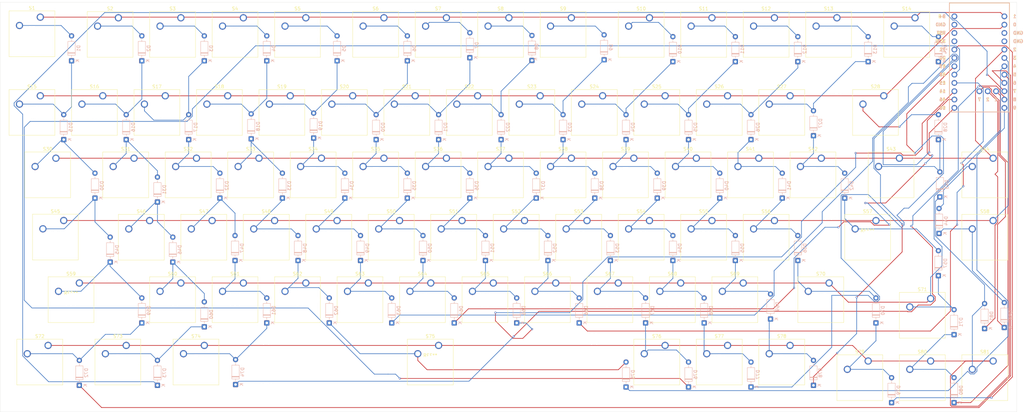
<source format=kicad_pcb>
(kicad_pcb (version 20241229) (generator "pcbnew") (generator_version "9.0")
  (layers (0 "F.Cu" signal) (2 "B.Cu" signal) (13 "F.Paste" user) (15 "B.Paste" user) (5 "F.SilkS" user "F.Silkscreen") (7 "B.SilkS" user "B.Silkscreen") (1 "F.Mask" user) (3 "B.Mask" user) (25 "Edge.Cuts" user))
  (net 0 "")
  (net 1 "Row 0")
  (net 2 "Row 3")
  (net 3 "Column 10")
  (net 4 "Column 8")
  (net 5 "Net-(D44-A)")
  (net 7 "Column 9")
  (net 8 "Column 5")
  (net 9 "Column 11")
  (net 13 "Row 2")
  (net 14 "Column 4")
  (net 15 "Column 0")
  (net 17 "Column 13")
  (net 18 "GND")
  (net 19 "Column 6")
  (net 20 "Column 7")
  (net 21 "Row 1")
  (net 22 "Row 4")
  (net 23 "Column 12")
  (net 24 "Column 2")
  (net 25 "Column 1")
  (net 26 "Row 5")
  (net 27 "Column 14")
  (net 28 "Column 3")
  (net 29 "Net-(D1-A)")
  (net 30 "Net-(D1-K)")
  (net 31 "Net-(D16-A)")
  (net 32 "Net-(D2-A)")
  (net 33 "Net-(D3-A)")
  (net 34 "Net-(D17-A)")
  (net 35 "Net-(D18-A)")
  (net 36 "Net-(D4-A)")
  (net 37 "Net-(D19-A)")
  (net 38 "Net-(D5-A)")
  (net 39 "Net-(D6-A)")
  (net 40 "Net-(D20-A)")
  (net 41 "Net-(D7-A)")
  (net 42 "Net-(D21-A)")
  (net 43 "Net-(D8-A)")
  (net 44 "Net-(D22-A)")
  (net 45 "Net-(D9-A)")
  (net 46 "Net-(D23-A)")
  (net 47 "Net-(D10-K)")
  (net 48 "Net-(D10-A)")
  (net 49 "Net-(D11-K)")
  (net 50 "Net-(D11-A)")
  (net 51 "Net-(D12-A)")
  (net 52 "Net-(D12-K)")
  (net 53 "Net-(D13-K)")
  (net 54 "Net-(D13-A)")
  (net 55 "Net-(D14-K)")
  (net 56 "Net-(D14-A)")
  (net 57 "Net-(D15-K)")
  (net 58 "Net-(D16-K)")
  (net 59 "Net-(D17-K)")
  (net 60 "Net-(D18-K)")
  (net 61 "Net-(D19-K)")
  (net 62 "Net-(D20-K)")
  (net 63 "Net-(D21-K)")
  (net 64 "Net-(D22-K)")
  (net 65 "Net-(D23-K)")
  (net 66 "Net-(D24-K)")
  (net 67 "Net-(D25-K)")
  (net 68 "Net-(D26-K)")
  (net 69 "Net-(D27-K)")
  (net 70 "Net-(D28-K)")
  (net 71 "Net-(D30-K)")
  (net 72 "Net-(D31-K)")
  (net 73 "Net-(D32-K)")
  (net 74 "Net-(D33-K)")
  (net 75 "Net-(D34-K)")
  (net 76 "Net-(D35-K)")
  (net 77 "Net-(D36-K)")
  (net 78 "Net-(D37-K)")
  (net 79 "Net-(D38-K)")
  (net 80 "Net-(D39-K)")
  (net 81 "Net-(D40-K)")
  (net 82 "Net-(D41-K)")
  (net 83 "Net-(D42-K)")
  (net 84 "Net-(D43-K)")
  (net 85 "Net-(D44-K)")
  (net 86 "Net-(D45-K)")
  (net 87 "Net-(D46-K)")
  (net 88 "Net-(D47-K)")
  (net 89 "Net-(D48-K)")
  (net 90 "Net-(D49-K)")
  (net 91 "Net-(D50-K)")
  (net 92 "Net-(D51-K)")
  (net 93 "Net-(D52-K)")
  (net 94 "Net-(D53-K)")
  (net 95 "Net-(D54-K)")
  (net 96 "Net-(D55-K)")
  (net 97 "Net-(D56-K)")
  (net 98 "Net-(D57-K)")
  (net 99 "Net-(D59-K)")
  (net 100 "Net-(D60-K)")
  (net 101 "Net-(D61-K)")
  (net 102 "Net-(D62-K)")
  (net 103 "Net-(D67-K)")
  (net 104 "Net-(D68-K)")
  (net 105 "Net-(D69-K)")
  (net 106 "Net-(D70-K)")
  (net 107 "Net-(D71-K)")
  (footprint "Button_Switch_Keyboard:SW_Cherry_MX_1.25u_PCB" (layer "F.Cu") (at 164.61875 260.763)
    (property "Reference" "S73")
    (property "Value" "Keyswitch")
  )
  (footprint "Button_Switch_Keyboard:SW_Cherry_MX_1.00u_PCB" (layer "F.Cu") (at 262.25 160.7505)
    (property "Reference" "S7")
    (property "Value" "Keyswitch")
  )
  (footprint "Button_Switch_Keyboard:SW_Cherry_MX_1.00u_PCB" (layer "F.Cu") (at 409.8875 265.5255)
    (property "Reference" "S80")
    (property "Value" "Keyswitch")
  )
  (footprint "Button_Switch_Keyboard:SW_Cherry_MX_1.00u_PCB" (layer "F.Cu") (at 243.2 203.613)
    (property "Reference" "S35")
    (property "Value" "Keyswitch")
  )
  (footprint "Button_Switch_Keyboard:SW_Cherry_MX_1.00u_PCB" (layer "F.Cu") (at 281.3 203.613)
    (property "Reference" "S37")
    (property "Value" "Keyswitch")
  )
  (footprint "Button_Switch_Keyboard:SW_Cherry_MX_1.00u_PCB" (layer "F.Cu") (at 238.4375 241.713)
    (property "Reference" "S63")
    (property "Value" "Keyswitch")
  )
  (footprint "scottokeebs13:Stabilizer_MX_6.25u" (layer "F.Cu") (at 257.33 265.825)
    (property "Reference" "REF**")
    (property "Value" "Stabilizer_MX_6.25u")
  )
  (footprint "Button_Switch_Keyboard:SW_Cherry_MX_1.00u_PCB" (layer "F.Cu") (at 257.4875 241.713)
    (property "Reference" "S64")
    (property "Value" "Keyswitch")
  )
  (footprint "Button_Switch_Keyboard:SW_Cherry_MX_1.00u_PCB" (layer "F.Cu") (at 167 203.613)
    (property "Reference" "S31")
    (property "Value" "Keyswitch")
  )
  (footprint "Button_Switch_Keyboard:SW_Cherry_MX_1.00u_PCB" (layer "F.Cu") (at 162.2375 160.7505)
    (property "Reference" "S2")
    (property "Value" "Keyswitch")
  )
  (footprint "Button_Switch_Keyboard:SW_Cherry_MX_1.00u_PCB" (layer "F.Cu") (at 362.2625 222.663)
    (property "Reference" "S56")
    (property "Value" "Keyswitch")
  )
  (footprint "Button_Switch_Keyboard:SW_Cherry_MX_1.00u_PCB" (layer "F.Cu") (at 224.15 203.613)
    (property "Reference" "S34")
    (property "Value" "Keyswitch")
  )
  (footprint "Button_Switch_Keyboard:SW_Cherry_MX_1.50u_Plate" (layer "F.Cu") (at 143.1875 203.613)
    (property "Reference" "S30")
    (property "Value" "Keyswitch")
  )
  (footprint "Button_Switch_Keyboard:SW_Cherry_MX_1.00u_PCB" (layer "F.Cu") (at 276.5375 241.713)
    (property "Reference" "S65")
    (property "Value" "Keyswitch")
  )
  (footprint "Button_Switch_Keyboard:SW_Cherry_MX_1.00u_PCB" (layer "F.Cu") (at 290.825 184.563)
    (property "Reference" "S23")
    (property "Value" "Keyswitch")
  )
  (footprint "Button_Switch_Keyboard:SW_Cherry_MX_1.00u_PCB" (layer "F.Cu") (at 219.3875 241.713)
    (property "Reference" "S62")
    (property "Value" "Keyswitch")
  )
  (footprint "Button_Switch_Keyboard:SW_Cherry_MX_1.00u_PCB" (layer "F.Cu") (at 247.9625 222.663)
    (property "Reference" "S50")
    (property "Value" "Keyswitch")
  )
  (footprint "Button_Switch_Keyboard:SW_Cherry_MX_1.00u_PCB" (layer "F.Cu") (at 286.0625 222.663)
    (property "Reference" "S52")
    (property "Value" "Keyswitch")
  )
  (footprint "Button_Switch_Keyboard:SW_Cherry_MX_1.00u_PCB" (layer "F.Cu") (at 409.8875 246.4755)
    (property "Reference" "S71")
    (property "Value" "Keyswitch")
  )
  (footprint "Button_Switch_Keyboard:SW_Cherry_MX_1.00u_PCB" (layer "F.Cu") (at 352.7375 241.713)
    (property "Reference" "S69")
    (property "Value" "Keyswitch")
  )
  (footprint "Button_Switch_Keyboard:SW_Cherry_MX_2.25u_PCB" (layer "F.Cu") (at 393.21875 222.663)
    (property "Reference" "S57")
    (property "Value" "Keyswitch")
  )
  (footprint "Button_Switch_Keyboard:SW_Cherry_MX_1.00u_PCB" (layer "F.Cu") (at 428.9375 203.613)
    (property "Reference" "S44")
    (property "Value" "Keyswitch")
  )
  (footprint "Button_Switch_Keyboard:SW_Cherry_MX_1.00u_PCB" (layer "F.Cu") (at 343.2125 222.663)
    (property "Reference" "S55")
    (property "Value" "Keyswitch")
  )
  (footprint "Button_Switch_Keyboard:SW_Cherry_MX_1.00u_PCB" (layer "F.Cu") (at 338.45 203.613)
    (property "Reference" "S40")
    (property "Value" "Keyswitch")
  )
  (footprint "Button_Switch_Keyboard:SW_Cherry_MX_1.00u_PCB" (layer "F.Cu") (at 362.2625 160.7505)
    (property "Reference" "S12")
    (property "Value" "Keyswitch")
  )
  (footprint "Button_Switch_Keyboard:SW_Cherry_MX_1.00u_PCB" (layer "F.Cu") (at 300.35 160.7505)
    (property "Reference" "S9")
    (property "Value" "Keyswitch")
  )
  (footprint "Button_Switch_Keyboard:SW_Cherry_MX_1.75u_PCB" (layer "F.Cu") (at 145.565 222.63)
    (property "Reference" "S45")
    (property "Value" "Keyswitch")
  )
  (footprint "Button_Switch_Keyboard:SW_Cherry_MX_1.00u_PCB" (layer "F.Cu") (at 176.525 184.563)
    (property "Reference" "S17")
    (property "Value" "Keyswitch")
  )
  (footprint "Button_Switch_Keyboard:SW_Cherry_MX_1.00u_PCB" (layer "F.Cu") (at 390.8375 265.5255)
    (property "Reference" "S79")
    (property "Value" "Keyswitch")
  )
  (footprint "Button_Switch_Keyboard:SW_Cherry_MX_1.00u_PCB" (layer "F.Cu") (at 324.1625 222.663)
    (property "Reference" "S54")
    (property "Value" "Keyswitch")
  )
  (footprint "Button_Switch_Keyboard:SW_Cherry_MX_1.00u_PCB" (layer "F.Cu") (at 428.9375 265.5255)
    (property "Reference" "S81")
    (property "Value" "Keyswitch")
  )
  (footprint "Button_Switch_Keyboard:SW_Cherry_MX_1.00u_PCB" (layer "F.Cu") (at 347.975 184.563)
    (property "Reference" "S26")
    (property "Value" "Keyswitch")
  )
  (footprint "Button_Switch_Keyboard:SW_Cherry_MX_1.25u_PCB" (layer "F.Cu") (at 188.43125 260.763)
    (property "Reference" "S74")
    (property "Value" "Keyswitch")
  )
  (footprint "Button_Switch_Keyboard:SW_Cherry_MX_1.00u_PCB" (layer "F.Cu") (at 181.2875 160.7505)
    (property "Reference" "S3")
    (property "Value" "Keyswitch")
  )
  (footprint "Button_Switch_Keyboard:SW_Cherry_MX_1.00u_PCB" (layer "F.Cu") (at 271.775 184.563)
    (property "Reference" "S22")
    (property "Value" "Keyswitch")
  )
  (footprint "Button_Switch_Keyboard:SW_Cherry_MX_1.00u_PCB" (layer "F.Cu") (at 205.1 203.613)
    (property "Reference" "S33")
    (property "Value" "Keyswitch")
  )
  (footprint "Button_Switch_Keyboard:SW_Cherry_MX_1.00u_PCB" (layer "F.Cu") (at 324.1625 160.7505)
    (property "Reference" "S10")
    (property "Value" "Keyswitch")
  )
  (footprint "Button_Switch_Keyboard:SW_Cherry_MX_1.00u_PCB" (layer "F.Cu") (at 309.875 184.563)
    (property "Reference" "S24")
    (property "Value" "Keyswitch")
  )
  (footprint "Button_Switch_Keyboard:SW_Cherry_MX_1.00u_PCB" (layer "F.Cu") (at 281.3 160.7505)
    (property "Reference" "S8")
    (property "Value" "Keyswitch")
  )
  (footprint "Button_Switch_Keyboard:SW_Cherry_MX_1.00u_PCB" (layer "F.Cu") (at 357.5 203.613)
    (property "Reference" "S41")
    (property "Value" "Keyswitch")
  )
  (footprint "Button_Switch_Keyboard:SW_Cherry_MX_1.00u_PCB" (layer "F.Cu") (at 347.975 260.763)
    (property "Reference" "S77")
    (property "Value" "Keyswitch")
  )
  (footprint "Button_Switch_Keyboard:SW_Cherry_MX_1.00u_PCB" (layer "F.Cu") (at 314.6375 241.713)
    (property "Reference" "S67")
    (property "Value" "Keyswitch")
  )
  (footprint "Button_Switch_Keyboard:SW_Cherry_MX_1.00u_PCB" (layer "F.Cu") (at 252.725 184.563)
    (property "Reference" "S21")
    (property "Value" "Keyswitch")
  )
  (footprint "Button_Switch_Keyboard:SW_Cherry_MX_1.00u_PCB" (layer "F.Cu") (at 138.425 184.563)
    (property "Reference" "S15")
    (property "Value" "Keyswitch")
  )
  (footprint "Button_Switch_Keyboard:SW_Cherry_MX_1.00u_PCB" (layer "F.Cu") (at 300.35 203.613)
    (property "Reference" "S38")
    (property "Value" "Keyswitch")
  )
  (footprint "Button_Switch_Keyboard:SW_Cherry_MX_1.00u_PCB" (layer "F.Cu") (at 243.2 160.7505)
    (property "Reference" "S6")
    (property "Value" "Keyswitch")
  )
  (footprint "Button_Switch_Keyboard:SW_Cherry_MX_1.00u_PCB" (layer "F.Cu") (at 233.675 184.563)
    (property "Reference" "S20")
    (property "Value" "Keyswitch")
  )
  (footprint "Button_Switch_Keyboard:SW_Cherry_MX_1.00u_PCB" (layer "F.Cu") (at 214.625 184.563)
    (property "Reference" "S19")
    (property "Value" "Keyswitch")
  )
  (footprint "Button_Switch_Keyboard:SW_Cherry_MX_1.00u_PCB" (layer "F.Cu") (at 195.575 184.563)
    (property "Reference" "S18")
    (property "Value" "Keyswitch")
  )
  (footprint "Button_Switch_Keyboard:SW_Cherry_MX_1.00u_PCB" (layer "F.Cu") (at 319.4 203.613)
    (property "Reference" "S39")
    (property "Value" "Keyswitch")
  )
  (footprint "Button_Switch_Keyboard:SW_Cherry_MX_1.00u_PCB" (layer "F.Cu") (at 381.3125 160.7505)
    (property "Reference" "S13")
    (property "Value" "Keyswitch")
  )
  (footprint "Button_Switch_Keyboard:SW_Cherry_MX_1.00u_PCB" (layer "F.Cu") (at 267.0125 222.663)
    (property "Reference" "S51")
    (property "Value" "Keyswitch")
  )
  (footprint "Button_Switch_Keyboard:SW_Cherry_MX_6.25u_PCB" (layer "F.Cu") (at 259.86875 260.763)
    (property "Reference" "S75")
    (property "Value" "Keyswitch")
  )
  (footprint "Button_Switch_Keyboard:SW_Cherry_MX_2.00u_PCB" (layer "F.Cu") (at 395.6 184.563)
    (property "Reference" "S28")
    (property "Value" "Keyswitch")
  )
  (footprint "Button_Switch_Keyboard:SW_Cherry_MX_1.00u_PCB" (layer "F.Cu") (at 157.475 184.563)
    (property "Reference" "S16")
    (property "Value" "Keyswitch")
  )
  (footprint "Button_Switch_Keyboard:SW_Cherry_MX_1.00u_PCB" (layer "F.Cu") (at 209.8625 222.663)
    (property "Reference" "S48")
    (property "Value" "Keyswitch")
  )
  (footprint "Button_Switch_Keyboard:SW_Cherry_MX_1.25u_PCB" (layer "F.Cu") (at 140.80625 260.763)
    (property "Reference" "S72")
    (property "Value" "Keyswitch")
  )
  (footprint "Button_Switch_Keyboard:SW_Cherry_MX_1.00u_PCB" (layer "F.Cu") (at 328.925 260.763)
    (property "Reference" "S76")
    (property "Value" "Keyswitch")
  )
  (footprint "Button_Switch_Keyboard:SW_Cherry_MX_1.00u_PCB" (layer "F.Cu") (at 343.2125 160.7505)
    (property "Reference" "S11")
    (property "Value" "Keyswitch")
  )
  (footprint "Button_Switch_Keyboard:SW_Cherry_MX_1.00u_PCB" (layer "F.Cu") (at 333.6875 241.713)
    (property "Reference" "S68")
    (property "Value" "Keyswitch")
  )
  (footprint "Button_Switch_Keyboard:SW_Cherry_MX_1.75u_PCB" (layer "F.Cu") (at 378.93125 241.713)
    (property "Reference" "S70")
    (property "Value" "Keyswitch")
  )
  (footprint "Button_Switch_Keyboard:SW_Cherry_MX_1.00u_PCB" (layer "F.Cu") (at 190.8125 222.663)
    (property "Reference" "S47")
    (property "Value" "Keyswitch")
  )
  (footprint "Button_Switch_Keyboard:SW_Cherry_MX_1.00u_PCB" (layer "F.Cu") (at 405.125 160.7505)
    (property "Reference" "S14")
    (property "Value" "Keyswitch")
  )
  (footprint "Button_Switch_Keyboard:SW_Cherry_MX_1.00u_PCB" (layer "F.Cu") (at 305.1125 222.663)
    (property "Reference" "S53")
    (property "Value" "Keyswitch")
  )
  (footprint "Button_Switch_Keyboard:SW_Cherry_MX_1.00u_PCB" (layer "F.Cu") (at 200.3375 160.7505)
    (property "Reference" "S4")
    (property "Value" "Keyswitch")
  )
  (footprint "Button_Switch_Keyboard:SW_Cherry_MX_1.00u_PCB" (layer "F.Cu") (at 200.3375 241.713)
    (property "Reference" "S61")
    (property "Value" "Keyswitch")
  )
  (footprint "Button_Switch_Keyboard:SW_Cherry_MX_1.00u_PCB" (layer "F.Cu") (at 262.25 203.613)
    (property "Reference" "S36")
    (property "Value" "Keyswitch")
  )
  (footprint "Button_Switch_Keyboard:SW_Cherry_MX_1.00u_PCB" (layer "F.Cu") (at 295.5875 241.713)
    (property "Reference" "S66")
    (property "Value" "Keyswitch")
  )
  (footprint "Button_Switch_Keyboard:SW_Cherry_MX_1.00u_PCB" (layer "F.Cu") (at 376.55 203.613)
    (property "Reference" "S42")
    (property "Value" "Keyswitch")
  )
  (footprint "Button_Switch_Keyboard:SW_Cherry_MX_1.50u_PCB" (layer "F.Cu") (at 400.3625 203.613)
    (property "Reference" "S43")
    (property "Value" "Keyswitch")
  )
  (footprint "Button_Switch_Keyboard:SW_Cherry_MX_1.00u_PCB" (layer "F.Cu") (at 138.425 160.56)
    (property "Reference" "S1")
    (property "Value" "Keyswitch")
  )
  (footprint "scottokeebs13:Stabilizer_MX_2.00u" (layer "F.Cu") (at 147.79125 246.79555)
    (property "Reference" "REF**")
    (property "Value" "Stabilizer_MX_2.00u")
  )
  (footprint "Button_Switch_Keyboard:SW_Cherry_MX_1.00u_PCB" (layer "F.Cu") (at 328.925 184.563)
    (property "Reference" "S25")
    (property "Value" "Keyswitch")
  )
  (footprint "Button_Switch_Keyboard:SW_Cherry_MX_2.25u_PCB" (layer "F.Cu") (at 150.33125 241.713)
    (property "Reference" "S59")
    (property "Value" "Keyswitch")
  )
  (footprint "Button_Switch_Keyboard:SW_Cherry_MX_1.00u_PCB" (layer "F.Cu") (at 219.3875 160.7505)
    (property "Reference" "S5")
    (property "Value" "Keyswitch")
  )
  (footprint "Button_Switch_Keyboard:SW_Cherry_MX_1.00u_PCB" (layer "F.Cu") (at 181.2875 241.713)
    (property "Reference" "S60")
    (property "Value" "Keyswitch")
  )
  (footprint "Button_Switch_Keyboard:SW_Cherry_MX_1.00u_PCB" (layer "F.Cu") (at 367.025 184.563)
    (property "Reference" "S27")
    (property "Value" "Keyswitch")
  )
  (footprint "Button_Switch_Keyboard:SW_Cherry_MX_1.00u_PCB" (layer "F.Cu") (at 367.025 260.763)
    (property "Reference" "S78")
    (property "Value" "Keyswitch")
  )
  (footprint "Button_Switch_Keyboard:SW_Cherry_MX_1.00u_PCB" (layer "F.Cu") (at 428.9375 222.663)
    (property "Reference" "S58")
    (property "Value" "Keyswitch")
  )
  (footprint "Button_Switch_Keyboard:SW_Cherry_MX_1.00u_PCB" (layer "F.Cu") (at 171.7625 222.663)
    (property "Reference" "S46")
    (property "Value" "Keyswitch")
  )
  (footprint "Button_Switch_Keyboard:SW_Cherry_MX_1.00u_PCB" (layer "F.Cu") (at 186.05 203.613)
    (property "Reference" "S32")
    (property "Value" "Keyswitch")
  )
  (footprint "Button_Switch_Keyboard:SW_Cherry_MX_1.00u_PCB" (layer "F.Cu") (at 228.9125 222.663)
    (property "Reference" "S49")
    (property "Value" "Keyswitch")
  )
  (footprint "scottokeebs13:Stabilizer_MX_2.00u" (layer "F.Cu") (at 390.642 227.715)
    (property "Reference" "REF**")
    (property "Value" "Stabilizer_MX_2.00u")
  )
  (footprint "Diode_THT:D_DO-35_SOD27_P7.62mm_Horizontal" (layer "B.Cu") (at 283.6774 253.9024 90)
    (property "Reference" "D65")
    (property "Value" "Diode")
  )
  (footprint "Diode_THT:D_DO-35_SOD27_P7.62mm_Horizontal" (layer "B.Cu") (at 155.0926 215.8032 90)
    (property "Reference" "D30")
    (property "Value" "Diode")
  )
  (footprint "Diode_THT:D_DO-35_SOD27_P7.62mm_Horizontal" (layer "B.Cu") (at 150.3302 272.952 90)
    (property "Reference" "D72")
    (property "Value" "Diode")
  )
  (footprint "Diode_THT:D_DO-35_SOD27_P7.62mm_Horizontal" (layer "B.Cu") (at 426.33 255.62 90)
    (property "Reference" "D81")
    (property "Value" "Diode")
  )
  (footprint "Diode_THT:D_DO-35_SOD27_P7.62mm_Horizontal" (layer "B.Cu") (at 350.351 234.8528 90)
    (property "Reference" "D55")
    (property "Value" "Diode")
  )
  (footprint "Diode_THT:D_DO-35_SOD27_P7.62mm_Horizontal" (layer "B.Cu") (at 302.727 253.9024 90)
    (property "Reference" "D66")
    (property "Value" "Diode")
  )
  (footprint "Diode_THT:D_DO-35_SOD27_P7.62mm_Horizontal" (layer "B.Cu") (at 412.2622 174.1322 90)
    (property "Reference" "D14")
    (property "Value" "Diode")
  )
  (footprint "Diode_THT:D_DO-35_SOD27_P7.62mm_Horizontal" (layer "B.Cu") (at 369.4006 174.1322 90)
    (property "Reference" "D12")
    (property "Value" "Diode")
  )
  (footprint "Diode_THT:D_DO-35_SOD27_P7.62mm_Horizontal" (layer "B.Cu") (at 336.0638 197.9442 90)
    (property "Reference" "D25")
    (property "Value" "Diode")
  )
  (footprint "Diode_THT:D_DO-35_SOD27_P7.62mm_Horizontal" (layer "B.Cu") (at 393.2126 253.9024 90)
    (property "Reference" "D70")
    (property "Value" "Diode")
  )
  (footprint "Diode_THT:D_DO-35_SOD27_P7.62mm_Horizontal" (layer "B.Cu") (at 331.3014 174.1322 90)
    (property "Reference" "D10")
    (property "Value" "Diode")
  )
  (footprint "Diode_THT:D_DO-35_SOD27_P7.62mm_Horizontal" (layer "B.Cu") (at 412.2622 197.9442 90)
    (property "Reference" "D28")
    (property "Value" "Diode")
  )
  (footprint "Diode_THT:D_DO-35_SOD27_P7.62mm_Horizontal" (layer "B.Cu") (at 269.39375 172.9425 90)
    (property "Reference" "D7")
    (property "Value" "Diode")
  )
  (footprint "Diode_THT:D_DO-35_SOD27_P7.62mm_Horizontal" (layer "B.Cu") (at 417.0246 278.2255 90)
    (property "Reference" "D80")
    (property "Value" "Diode")
  )
  (footprint "Diode_THT:D_DO-35_SOD27_P7.62mm_Horizontal" (layer "B.Cu") (at 255.103 234.8528 90)
    (property "Reference" "D50")
    (property "Value" "Diode")
  )
  (footprint "Diode_THT:D_DO-35_SOD27_P7.62mm_Horizontal" (layer "B.Cu") (at 193.1918 215.8032 90)
    (property "Reference" "D32")
    (property "Value" "Diode")
  )
  (footprint "Diode_THT:D_DO-35_SOD27_P7.62mm_Horizontal" (layer "B.Cu") (at 390.8314 174.1322 90)
    (property "Reference" "D13")
    (property "Value" "Diode")
  )
  (footprint "Diode_THT:D_DO-35_SOD27_P7.62mm_Horizontal" (layer "B.Cu") (at 174.1422 216.9938 90)
    (property "Reference" "D31")
    (property "Value" "Diode")
  )
  (footprint "Diode_THT:D_DO-35_SOD27_P7.62mm_Horizontal" (layer "B.Cu") (at 361.0664 252.7118 90)
    (property "Reference" "D69")
    (property "Value" "Diode")
  )
  (footprint "Diode_THT:D_DO-35_SOD27_P7.62mm_Horizontal" (layer "B.Cu") (at 317.0142 197.9442 90)
    (property "Reference" "D24")
    (property "Value" "Diode")
  )
  (footprint "Diode_THT:D_DO-35_SOD27_P7.62mm_Horizontal" (layer "B.Cu") (at 297.81 197.9442 90)
    (property "Reference" "D23")
    (property "Value" "Diode")
  )
  (footprint "Diode_THT:D_DO-35_SOD27_P7.62mm_Horizontal" (layer "B.Cu") (at 231.291 215.8032 90)
    (property "Reference" "D34")
    (property "Value" "Diode")
  )
  (footprint "Diode_THT:D_DO-35_SOD27_P7.62mm_Horizontal" (layer "B.Cu") (at 288.325 173.77 90)
    (property "Reference" "D8")
    (property "Value" "Diode")
  )
  (footprint "Diode_THT:D_DO-35_SOD27_P7.62mm_Horizontal" (layer "B.Cu") (at 217.0038 234.8528 90)
    (property "Reference" "D48")
    (property "Value" "Diode")
  )
  (footprint "Diode_THT:D_DO-35_SOD27_P7.62mm_Horizontal" (layer "B.Cu") (at 289.6304 215.8032 90)
    (property "Reference" "D37")
    (property "Value" "Diode")
  )
  (footprint "Diode_THT:D_DO-35_SOD27_P7.62mm_Horizontal" (layer "B.Cu") (at 197.9542 272.7138 90)
    (property "Reference" "D74")
    (property "Value" "Diode")
  )
  (footprint "Diode_THT:D_DO-35_SOD27_P7.62mm_Horizontal" (layer "B.Cu") (at 212.2414 215.8032 90)
    (property "Reference" "D33")
    (property "Value" "Diode")
  )
  (footprint "Diode_THT:D_DO-35_SOD27_P7.62mm_Horizontal" (layer "B.Cu") (at 236.0534 234.8528 90)
    (property "Reference" "D49")
    (property "Value" "Diode")
  )
  (footprint "Diode_THT:D_DO-35_SOD27_P7.62mm_Horizontal" (layer "B.Cu") (at 240.8158 197.9442 90)
    (property "Reference" "D20")
    (property "Value" "Diode")
  )
  (footprint "Diode_THT:D_DO-35_SOD27_P7.62mm_Horizontal" (layer "B.Cu") (at 374.163 272.952 90)
    (property "Reference" "D78")
    (property "Value" "Diode")
  )
  (footprint "Diode_THT:D_DO-35_SOD27_P7.62mm_Horizontal" (layer "B.Cu") (at 317.0142 273.463 90)
    (property "Reference" "D75")
    (property "Value" "Diode")
  )
  (footprint "Diode_THT:D_DO-35_SOD27_P7.62mm_Horizontal" (layer "B.Cu") (at 207.48125 173.895 90)
    (property "Reference" "D4")
    (property "Value" "Diode")
  )
  (footprint "Diode_THT:D_DO-35_SOD27_P7.62mm_Horizontal" (layer "B.Cu") (at 355.1134 273.463 90)
    (property "Reference" "D77")
    (property "Value" "Diode")
  )
  (footprint "Diode_THT:D_DO-35_SOD27_P7.62mm_Horizontal" (layer "B.Cu") (at 310.325 173.58 90)
    (property "Reference" "D9")
    (property "Value" "Diode")
  )
  (footprint "Diode_THT:D_DO-35_SOD27_P7.62mm_Horizontal" (layer "B.Cu") (at 147.95 173.895 90)
    (property "Reference" "D1")
    (property "Value" "Diode")
  )
  (footprint "Diode_THT:D_DO-35_SOD27_P7.62mm_Horizontal" (layer "B.Cu") (at 250.3406 215.8032 90)
    (property "Reference" "D35")
    (property "Value" "Diode")
  )
  (footprint "Diode_THT:D_DO-35_SOD27_P7.62mm_Horizontal" (layer "B.Cu") (at 369.4006 234.8528 90)
    (property "Reference" "D56")
    (property "Value" "Diode")
  )
  (footprint "Diode_THT:D_DO-35_SOD27_P7.62mm_Horizontal" (layer "B.Cu") (at 355.1134 197.9442 90)
    (property "Reference" "D26")
    (property "Value" "Diode")
  )
  (footprint "Diode_THT:D_DO-35_SOD27_P7.62mm_Horizontal" (layer "B.Cu") (at 350.351 174.1322 90)
    (property "Reference" "D11")
    (property "Value" "Diode")
  )
  (footprint "Diode_THT:D_DO-35_SOD27_P7.62mm_Horizontal" (layer "B.Cu") (at 183.667 197.9442 90)
    (property "Reference" "D17")
    (property "Value" "Diode")
  )
  (footprint "Diode_THT:D_DO-35_SOD27_P7.62mm_Horizontal" (layer "B.Cu") (at 169.38125 173.895 90)
    (property "Reference" "D2")
    (property "Value" "Diode")
  )
  (footprint "Diode_THT:D_DO-35_SOD27_P7.62mm_Horizontal" (layer "B.Cu") (at 188.4294 255.093 90)
    (property "Reference" "D60")
    (property "Value" "Diode")
  )
  (footprint "Diode_THT:D_DO-35_SOD27_P7.62mm_Horizontal" (layer "B.Cu") (at 145.5678 197.9442 90)
    (property "Reference" "D15")
    (property "Value" "Diode")
  )
  (footprint "Diode_THT:D_DO-35_SOD27_P7.62mm_Horizontal" (layer "B.Cu") (at 397.975 278.2255 90)
    (property "Reference" "D79")
    (property "Value" "Diode")
  )
  (footprint "Diode_THT:D_DO-35_SOD27_P7.62mm_Horizontal" (layer "B.Cu") (at 169.3798 253.9024 90)
    (property "Reference" "D59")
    (property "Value" "Diode")
  )
  (footprint "Diode_THT:D_DO-35_SOD27_P7.62mm_Horizontal" (layer "B.Cu") (at 383.6878 215.8032 90)
    (property "Reference" "D42")
    (property "Value" "Diode")
  )
  (footprint "Diode_THT:D_DO-35_SOD27_P7.62mm_Horizontal" (layer "B.Cu") (at 174.1422 272.952 90)
    (property "Reference" "D73")
    (property "Value" "Diode")
  )
  (footprint "Diode_THT:D_DO-35_SOD27_P7.62mm_Horizontal" (layer "B.Cu") (at 197.7975 234.8528 90)
    (property "Reference" "D47")
    (property "Value" "Diode")
  )
  (footprint "Diode_THT:D_DO-35_SOD27_P7.62mm_Horizontal" (layer "B.Cu") (at 326.539 215.8032 90)
    (property "Reference" "D39")
    (property "Value" "Diode")
  )
  (footprint "Diode_THT:D_DO-35_SOD27_P7.62mm_Horizontal" (layer "B.Cu") (at 264.6278 253.9024 90)
    (property "Reference" "D64")
    (property "Value" "Diode")
  )
  (footprint "Diode_THT:D_DO-35_SOD27_P7.62mm_Horizontal" (layer "B.Cu") (at 307.4894 215.8032 90)
    (property "Reference" "D38")
    (property "Value" "Diode")
  )
  (footprint "Diode_THT:D_DO-35_SOD27_P7.62mm_Horizontal" (layer "B.Cu") (at 312.2518 234.8528 90)
    (property "Reference" "D53")
    (property "Value" "Diode")
  )
  (footprint "Diode_THT:D_DO-35_SOD27_P7.62mm_Horizontal" (layer "B.Cu") (at 228.9125 173.895 90)
    (property "Reference" "D5")
    (property "Value" "Diode")
  )
  (footprint "Diode_THT:D_DO-35_SOD27_P7.62mm_Horizontal" (layer "B.Cu") (at 293.2022 234.8528 90)
    (property "Reference" "D52")
    (property "Value" "Diode")
  )
  (footprint "Diode_THT:D_DO-35_SOD27_P7.62mm_Horizontal" (layer "B.Cu") (at 188.43125 173.895 90)
    (property "Reference" "D3")
    (property "Value" "Diode")
  )
  (footprint "Diode_THT:D_DO-35_SOD27_P7.62mm_Horizontal" (layer "B.Cu") (at 221.7662 197.4678 90)
    (property "Reference" "D19")
    (property "Value" "Diode")
  )
  (footprint "Diode_THT:D_DO-35_SOD27_P7.62mm_Horizontal" (layer "B.Cu") (at 374.163 196.7536 90)
    (property "Reference" "D27")
    (property "Value" "Diode")
  )
  (footprint "Diode_THT:D_DO-35_SOD27_P7.62mm_Horizontal" (layer "B.Cu") (at 269.3902 215.8032 90)
    (property "Reference" "D36")
    (property "Value" "Diode")
  )
  (footprint "Diode_THT:D_DO-35_SOD27_P7.62mm_Horizontal" (layer "B.Cu") (at 226.5286 253.9024 90)
    (property "Reference" "D62")
    (property "Value" "Diode")
  )
  (footprint "Diode_THT:D_DO-35_SOD27_P7.62mm_Horizontal" (layer "B.Cu") (at 336.0638 273.463 90)
    (property "Reference" "D76")
    (property "Value" "Diode")
  )
  (footprint "Diode_THT:D_DO-35_SOD27_P7.62mm_Horizontal" (layer "B.Cu") (at 412.25 239.47 90)
    (property "Reference" "D57")
    (property "Value" "Diode")
  )
  (footprint "Diode_THT:D_DO-35_SOD27_P7.62mm_Horizontal" (layer "B.Cu") (at 164.6174 197.9442 90)
    (property "Reference" "D16")
    (property "Value" "Diode")
  )
  (footprint "Diode_THT:D_DO-35_SOD27_P7.62mm_Horizontal" (layer "B.Cu") (at 340.8262 253.9024 90)
    (property "Reference" "D68")
    (property "Value" "Diode")
  )
  (footprint "Diode_THT:D_DO-35_SOD27_P7.62mm_Horizontal" (layer "B.Cu") (at 250.34375 173.895 90)
    (property "Reference" "D6")
    (property "Value" "Diode")
  )
  (footprint "Diode_THT:D_DO-35_SOD27_P7.62mm_Horizontal" (layer "B.Cu") (at 412.7 215.42 90)
    (property "Reference" "D43")
    (property "Value" "Diode")
  )
  (footprint "Diode_THT:D_DO-35_SOD27_P7.62mm_Horizontal" (layer "B.Cu") (at 178.825 235.33 90)
    (property "Reference" "D46")
    (property "Value" "Diode")
  )
  (footprint "Diode_THT:D_DO-35_SOD27_P7.62mm_Horizontal" (layer "B.Cu") (at 417.0246 257.4742 90)
    (property "Reference" "D71")
    (property "Value" "Diode")
  )
  (footprint "Diode_THT:D_DO-35_SOD27_P7.62mm_Horizontal" (layer "B.Cu") (at 331.3014 234.8528 90)
    (property "Reference" "D54")
    (property "Value" "Diode")
  )
  (footprint "Diode_THT:D_DO-35_SOD27_P7.62mm_Horizontal" (layer "B.Cu") (at 202.7166 197.706 90)
    (property "Reference" "D18")
    (property "Value" "Diode")
  )
  (footprint "Diode_THT:D_DO-35_SOD27_P7.62mm_Horizontal" (layer "B.Cu") (at 432.35 255.31 90)
    (property "Reference" "D58")
    (property "Value" "Diode")
  )
  (footprint "Diode_THT:D_DO-35_SOD27_P7.62mm_Horizontal" (layer "B.Cu") (at 259.8654 197.9442 90)
    (property "Reference" "D21")
    (property "Value" "Diode")
  )
  (footprint "Diode_THT:D_DO-35_SOD27_P7.62mm_Horizontal" (layer "B.Cu") (at 274.1526 234.8528 90)
    (property "Reference" "D51")
    (property "Value" "Diode")
  )
  (footprint "Diode_THT:D_DO-35_SOD27_P7.62mm_Horizontal" (layer "B.Cu") (at 278.915 197.9442 90)
    (property "Reference" "D22")
    (property "Value" "Diode")
  )
  (footprint "Diode_THT:D_DO-35_SOD27_P7.62mm_Horizontal" (layer "B.Cu") (at 322.9672 253.9024 90)
    (property "Reference" "D67")
    (property "Value" "Diode")
  )
  (footprint "hgfd:Nice_Nano_V2" (layer "B.Cu") (at 424.75 174 180)
    (property "Reference" "U1" (hide yes))
    (property "Value" "Nice_Nano_V2" (hide yes))
  )
  (footprint "Diode_THT:D_DO-35_SOD27_P7.62mm_Horizontal" (layer "B.Cu") (at 345.5886 215.8032 90)
    (property "Reference" "D40")
    (property "Value" "Diode")
  )
  (footprint "Diode_THT:D_DO-35_SOD27_P7.62mm_Horizontal" (layer "B.Cu") (at 245.5782 253.9024 90)
    (property "Reference" "D63")
    (property "Value" "Diode")
  )
  (footprint "Diode_THT:D_DO-35_SOD27_P7.62mm_Horizontal" (layer "B.Cu") (at 364.6382 215.8032 90)
    (property "Reference" "D41")
    (property "Value" "Diode")
  )
  (footprint "Diode_THT:D_DO-35_SOD27_P7.62mm_Horizontal" (layer "B.Cu") (at 159.725 235.33 90)
    (property "Reference" "D45")
    (property "Value" "Diode")
  )
  (footprint "Diode_THT:D_DO-35_SOD27_P7.62mm_Horizontal" (layer "B.Cu") (at 412.45 226.57 90)
    (property "Reference" "D44")
    (property "Value" "Diode")
  )
  (footprint "Diode_THT:D_DO-35_SOD27_P7.62mm_Horizontal" (layer "B.Cu") (at 207.479 253.9024 90)
    (property "Reference" "D61")
    (property "Value" "Diode")
  )
  (gr_rect (start 126.16 156.03) (end 436.16 281.03) (stroke (width 0.05)) (fill no) (layer "Edge.Cuts"))
  (segment (start 431.1927 159.1327) (end 432.37 160.31) (width 0.2) (layer "F.Cu") (net 1))
  (segment (start 138.425 160.56) (end 404.9345 160.56) (width 0.2) (layer "F.Cu") (net 1))
  (segment (start 404.9345 160.56) (end 405.125 160.7505) (width 0.2) (layer "F.Cu") (net 1))
  (segment (start 405.125 160.7505) (end 406.7428 159.1327) (width 0.2) (layer "F.Cu") (net 1))
  (segment (start 406.7428 159.1327) (end 431.1927 159.1327) (width 0.2) (layer "F.Cu") (net 1))
  (segment (start 428.9045 222.63) (end 145.565 222.63) (width 0.2) (layer "F.Cu") (net 2))
  (segment (start 428.9375 222.663) (end 428.9045 222.63) (width 0.2) (layer "F.Cu") (net 2))
  (segment (start 432.37 173.01) (end 433.5473 174.1873) (width 0.2) (layer "B.Cu") (net 2))
  (segment (start 433.5473 218.0532) (end 428.9375 222.663) (width 0.2) (layer "B.Cu") (net 2))
  (segment (start 433.5473 174.1873) (end 433.5473 218.0532) (width 0.2) (layer "B.Cu") (net 2))
  (segment (start 374.163 270.307) (end 381.39 263.08) (width 0.2) (layer "F.Cu") (net 3))
  (segment (start 401.21 232.22) (end 401.21 223.73) (width 0.2) (layer "F.Cu") (net 3))
  (segment (start 374.163 272.952) (end 374.163 270.307) (width 0.2) (layer "F.Cu") (net 3))
  (segment (start 387.34 246.09) (end 401.21 232.22) (width 0.2) (layer "F.Cu") (net 3))
  (via (at 401.21 223.73) (size 0.6) (drill 0.3) (layers "F.Cu" "B.Cu") (net 3))
  (via (at 381.39 263.08) (size 0.6) (drill 0.3) (layers "F.Cu" "B.Cu") (net 3))
  (via (at 387.34 246.09) (size 0.6) (drill 0.3) (layers "F.Cu" "B.Cu") (net 3))
  (segment (start 394.592814 208.714628) (end 392.6115 206.733314) (width 0.2) (layer "B.Cu") (net 3))
  (segment (start 394.592814 217.112814) (end 394.592814 208.714628) (width 0.2) (layer "B.Cu") (net 3))
  (segment (start 417.13 173.126065) (end 417.13 173.01) (width 0.2) (layer "B.Cu") (net 3))
  (segment (start 381.39 263.08) (end 387.34 257.13) (width 0.2) (layer "B.Cu") (net 3))
  (segment (start 401.21 223.73) (end 394.592814 217.112814) (width 0.2) (layer "B.Cu") (net 3))
  (segment (start 392.6115 206.733314) (end 392.6115 197.644565) (width 0.2) (layer "B.Cu") (net 3))
  (segment (start 387.34 257.13) (end 387.34 246.09) (width 0.2) (layer "B.Cu") (net 3))
  (segment (start 392.6115 197.644565) (end 417.13 173.126065) (width 0.2) (layer "B.Cu") (net 3))
  (segment (start 248.04 270.85) (end 333.4508 270.85) (width 0.2) (layer "F.Cu") (net 4))
  (segment (start 333.4508 270.85) (end 336.0638 273.463) (width 0.2) (layer "F.Cu") (net 4))
  (via (at 248.04 270.85) (size 0.6) (drill 0.3) (layers "F.Cu" "B.Cu") (net 4))
  (segment (start 417.617654 169.2927) (end 204.05355 169.2927) (width 0.2) (layer "B.Cu") (net 4))
  (segment (start 220.0695 249.32946) (end 240.28004 269.54) (width 0.2) (layer "B.Cu") (net 4))
  (segment (start 183.15325 192.395) (end 135.312184 192.395) (width 0.2) (layer "B.Cu") (net 4))
  (segment (start 133.534 246.97875) (end 135.88471 249.32946) (width 0.2) (layer "B.Cu") (net 4))
  (segment (start 184.768 188.57825) (end 184.768 190.78025) (width 0.2) (layer "B.Cu") (net 4))
  (segment (start 246.73 269.54) (end 248.04 270.85) (width 0.2) (layer "B.Cu") (net 4))
  (segment (start 204.05355 169.2927) (end 184.768 188.57825) (width 0.2) (layer "B.Cu") (net 4))
  (segment (start 244.44 269.54) (end 246.73 269.54) (width 0.2) (layer "B.Cu") (net 4))
  (segment (start 135.312184 192.395) (end 133.534 194.173184) (width 0.2) (layer "B.Cu") (net 4))
  (segment (start 240.28004 269.54) (end 244.44 269.54) (width 0.2) (layer "B.Cu") (net 4))
  (segment (start 418.7083 176.5117) (end 418.7083 170.383346) (width 0.2) (layer "B.Cu") (net 4))
  (segment (start 418.7083 170.383346) (end 417.617654 169.2927) (width 0.2) (layer "B.Cu") (net 4))
  (segment (start 417.13 178.09) (end 418.7083 176.5117) (width 0.2) (layer "B.Cu") (net 4))
  (segment (start 184.768 190.78025) (end 183.15325 192.395) (width 0.2) (layer "B.Cu") (net 4))
  (segment (start 135.88471 249.32946) (end 220.0695 249.32946) (width 0.2) (layer "B.Cu") (net 4))
  (segment (start 133.534 194.173184) (end 133.534 246.97875) (width 0.2) (layer "B.Cu") (net 4))
  (segment (start 413.801 213.383866) (end 413.801 217.599) (width 0.2) (layer "B.Cu") (net 5))
  (segment (start 413.801 217.599) (end 412.45 218.95) (width 0.2) (layer "B.Cu") (net 5))
  (segment (start 421.031866 206.153) (end 413.801 213.383866) (width 0.2) (layer "B.Cu") (net 5))
  (segment (start 422.5875 206.153) (end 421.031866 206.153) (width 0.2) (layer "B.Cu") (net 5))
  (segment (start 402.609 199.569) (end 405.09 202.05) (width 0.2) (layer "F.Cu") (net 7))
  (segment (start 417.13 175.55) (end 402.609 190.071) (width 0.2) (layer "F.Cu") (net 7))
  (segment (start 402.609 190.071) (end 402.609 199.569) (width 0.2) (layer "F.Cu") (net 7))
  (via (at 405.09 202.05) (size 0.6) (drill 0.3) (layers "F.Cu" "B.Cu") (net 7))
  (segment (start 382.5868 234.09955) (end 394.3136 245.82635) (width 0.2) (layer "B.Cu") (net 7))
  (segment (start 390.86215 245.489) (end 379.731 245.489) (width 0.2) (layer "B.Cu") (net 7))
  (segment (start 401.811 223.978943) (end 400.987943 224.802) (width 0.2) (layer "B.Cu") (net 7))
  (segment (start 400.987943 224.802) (end 390.888143 214.7022) (width 0.2) (layer "B.Cu") (net 7))
  (segment (start 399.62355 221.0348) (end 401.811 223.22225) (width 0.2) (layer "B.Cu") (net 7))
  (segment (start 379.731 261.32105) (end 367.58905 273.463) (width 0.2) (layer "B.Cu") (net 7))
  (segment (start 413.04736 196.8432) (end 413.801 197.59684) (width 0.2) (layer "B.Cu") (net 7))
  (segment (start 382.90264 214.7022) (end 382.5868 215.01804) (width 0.2) (layer "B.Cu") (net 7))
  (segment (start 367.58905 273.463) (end 355.1134 273.463) (width 0.2) (layer "B.Cu") (net 7))
  (segment (start 379.731 245.489) (end 379.731 261.32105) (width 0.2) (layer "B.Cu") (net 7))
  (segment (start 394.3136 246.73845) (end 393.66865 247.3834) (width 0.2) (layer "B.Cu") (net 7))
  (segment (start 403.20205 218.855) (end 401.80335 218.855) (width 0.2) (layer "B.Cu") (net 7))
  (segment (start 393.66865 247.3834) (end 392.75655 247.3834) (width 0.2) (layer "B.Cu") (net 7))
  (segment (start 410.2968 196.8432) (end 413.04736 196.8432) (width 0.2) (layer "B.Cu") (net 7))
  (segment (start 401.80335 218.855) (end 399.62355 221.0348) (width 0.2) (layer "B.Cu") (net 7))
  (segment (start 413.801 208.25605) (end 403.20205 218.855) (width 0.2) (layer "B.Cu") (net 7))
  (segment (start 401.811 223.22225) (end 401.811 223.978943) (width 0.2) (layer "B.Cu") (net 7))
  (segment (start 405.09 202.05) (end 410.2968 196.8432) (width 0.2) (layer "B.Cu") (net 7))
  (segment (start 382.5868 215.01804) (end 382.5868 234.09955) (width 0.2) (layer "B.Cu") (net 7))
  (segment (start 394.3136 245.82635) (end 394.3136 246.73845) (width 0.2) (layer "B.Cu") (net 7))
  (segment (start 392.75655 247.3834) (end 390.86215 245.489) (width 0.2) (layer "B.Cu") (net 7))
  (segment (start 413.801 197.59684) (end 413.801 208.25605) (width 0.2) (layer "B.Cu") (net 7))
  (segment (start 390.888143 214.7022) (end 382.90264 214.7022) (width 0.2) (layer "B.Cu") (net 7))
  (segment (start 408.849 202.028943) (end 408.849 192.151) (width 0.2) (layer "F.Cu") (net 8))
  (segment (start 410.35 202.77) (end 409.590057 202.77) (width 0.2) (layer "F.Cu") (net 8))
  (segment (start 391.605436 223.031) (end 392.638436 224.064) (width 0.2) (layer "F.Cu") (net 8))
  (segment (start 408.849 192.151) (end 415.29 185.71) (width 0.2) (layer "F.Cu") (net 8))
  (segment (start 381.75 224.7) (end 383.419 223.031) (width 0.2) (layer "F.Cu") (net 8))
  (segment (start 415.29 185.71) (end 417.13 185.71) (width 0.2) (layer "F.Cu") (net 8))
  (segment (start 383.419 223.031) (end 391.605436 223.031) (width 0.2) (layer "F.Cu") (net 8))
  (segment (start 397.116 224.064) (end 397.28 223.9) (width 0.2) (layer "F.Cu") (net 8))
  (segment (start 264.6278 253.9024) (end 268.934386 249.595814) (width 0.2) (layer "F.Cu") (net 8))
  (segment (start 392.638436 224.064) (end 397.116 224.064) (width 0.2) (layer "F.Cu") (net 8))
  (segment (start 389.95 217.29) (end 396.2 217.29) (width 0.2) (layer "F.Cu") (net 8))
  (segment (start 409.590057 202.77) (end 408.849 202.028943) (width 0.2) (layer "F.Cu") (net 8))
  (segment (start 268.934386 249.595814) (end 361.854186 249.595814) (width 0.2) (layer "F.Cu") (net 8))
  (segment (start 396.2 217.29) (end 408.32 205.17) (width 0.2) (layer "F.Cu") (net 8))
  (segment (start 361.854186 249.595814) (end 368.24 243.21) (width 0.2) (layer "F.Cu") (net 8))
  (via (at 389.95 217.29) (size 0.6) (drill 0.3) (layers "F.Cu" "B.Cu") (net 8))
  (via (at 410.35 202.77) (size 0.6) (drill 0.3) (layers "F.Cu" "B.Cu") (net 8))
  (via (at 397.28 223.9) (size 0.6) (drill 0.3) (layers "F.Cu" "B.Cu") (net 8))
  (via (at 408.32 205.17) (size 0.6) (drill 0.3) (layers "F.Cu" "B.Cu") (net 8))
  (via (at 368.24 243.21) (size 0.6) (drill 0.3) (layers "F.Cu" "B.Cu") (net 8))
  (via (at 381.75 224.7) (size 0.6) (drill 0.3) (layers "F.Cu" "B.Cu") (net 8))
  (segment (start 368.24 234.12724) (end 377.66724 224.7) (width 0.2) (layer "B.Cu") (net 8))
  (segment (start 377.66724 224.7) (end 381.75 224.7) (width 0.2) (layer "B.Cu") (net 8))
  (segment (start 410.35 203.14) (end 410.35 202.77) (width 0.2) (layer "B.Cu") (net 8))
  (segment (start 368.24 243.21) (end 368.24 234.12724) (width 0.2) (layer "B.Cu") (net 8))
  (segment (start 397.28 223.9) (end 390.67 217.29) (width 0.2) (layer "B.Cu") (net 8))
  (segment (start 390.67 217.29) (end 389.95 217.29) (width 0.2) (layer "B.Cu") (net 8))
  (segment (start 408.32 205.17) (end 410.35 203.14) (width 0.2) (layer "B.Cu") (net 8))
  (segment (start 418.3073 169.2927) (end 432.857654 169.2927) (width 0.2) (layer "F.Cu") (net 9))
  (segment (start 417.13 170.47) (end 418.3073 169.2927) (width 0.2) (layer "F.Cu") (net 9))
  (segment (start 434.807328 171.242374) (end 434.807328 270.389772) (width 0.2) (layer "F.Cu") (net 9))
  (segment (start 432.857654 169.2927) (end 434.807328 171.242374) (width 0.2) (layer "F.Cu") (net 9))
  (segment (start 434.807328 270.389772) (end 428.46355 276.73355) (width 0.2) (layer "F.Cu") (net 9))
  (via (at 428.46355 276.73355) (size 0.6) (drill 0.3) (layers "F.Cu" "B.Cu") (net 9))
  (segment (start 399.46695 276.73355) (end 397.975 278.2255) (width 0.2) (layer "B.Cu") (net 9))
  (segment (start 428.46355 276.73355) (end 399.46695 276.73355) (width 0.2) (layer "B.Cu") (net 9))
  (segment (start 423.5727 198.2482) (end 428.9375 203.613) (width 0.2) (layer "F.Cu") (net 13))
  (segment (start 423.5727 179.2673) (end 423.5727 198.2482) (width 0.2) (layer "F.Cu") (net 13))
  (segment (start 432.37 170.47) (end 423.5727 179.2673) (width 0.2) (layer "F.Cu") (net 13))
  (segment (start 143.1875 203.613) (end 428.9375 203.613) (width 0.2) (layer "F.Cu") (net 13))
  (segment (start 409.45 195.93) (end 409.45 201.78) (width 0.2) (layer "F.Cu") (net 14))
  (segment (start 417.13 188.25) (end 409.45 195.93) (width 0.2) (layer "F.Cu") (net 14))
  (via (at 409.45 201.78) (size 0.6) (drill 0.3) (layers "F.Cu" "B.Cu") (net 14))
  (segment (start 362.1674 245.54785) (end 356.2144 251.50085) (width 0.2) (layer "B.Cu") (net 14))
  (segment (start 376.829 223.301) (end 362.1674 237.9626) (width 0.2) (layer "B.Cu") (net 14))
  (segment (start 395.4135 195.416146) (end 416.642346 174.1873) (width 0.2) (layer "B.Cu") (net 14))
  (segment (start 376.829 219.95335) (end 376.829 223.301) (width 0.2) (layer "B.Cu") (net 14))
  (segment (start 417.617654 171.8327) (end 416.642346 171.8327) (width 0.2) (layer "B.Cu") (net 14))
  (segment (start 404.18335 180.765) (end 403.085 181.86335) (width 0.2) (layer "B.Cu") (net 14))
  (segment (start 392.2105 204.57185) (end 376.829 219.95335) (width 0.2) (layer "B.Cu") (net 14))
  (segment (start 405.657314 205.572686) (end 395.4135 205.572686) (width 0.2) (layer "B.Cu") (net 14))
  (segment (start 418.3073 173.497654) (end 418.3073 172.522346) (width 0.2) (layer "B.Cu") (net 14))
  (segment (start 409.45 201.78) (end 405.657314 205.572686) (width 0.2) (layer "B.Cu") (net 14))
  (segment (start 417.617654 174.1873) (end 418.3073 173.497654) (width 0.2) (layer "B.Cu") (net 14))
  (segment (start 362.1674 237.9626) (end 362.1674 245.54785) (width 0.2) (layer "B.Cu") (net 14))
  (segment (start 356.2144 251.50085) (end 247.97975 251.50085) (width 0.2) (layer "B.Cu") (net 14))
  (segment (start 247.97975 251.50085) (end 245.5782 253.9024) (width 0.2) (layer "B.Cu") (net 14))
  (segment (start 407.710046 180.765) (end 404.18335 180.765) (width 0.2) (layer "B.Cu") (net 14))
  (segment (start 403.085 186.603965) (end 392.2105 197.478465) (width 0.2) (layer "B.Cu") (net 14))
  (segment (start 392.2105 197.478465) (end 392.2105 204.57185) (width 0.2) (layer "B.Cu") (net 14))
  (segment (start 403.085 181.86335) (end 403.085 186.603965) (width 0.2) (layer "B.Cu") (net 14))
  (segment (start 418.3073 172.522346) (end 417.617654 171.8327) (width 0.2) (layer "B.Cu") (net 14))
  (segment (start 395.4135 205.572686) (end 395.4135 195.416146) (width 0.2) (layer "B.Cu") (net 14))
  (segment (start 416.642346 171.8327) (end 407.710046 180.765) (width 0.2) (layer "B.Cu") (net 14))
  (segment (start 416.642346 174.1873) (end 417.617654 174.1873) (width 0.2) (layer "B.Cu") (net 14))
  (segment (start 428.6527 176.9127) (end 432.857654 176.9127) (width 0.2) (layer "F.Cu") (net 15))
  (segment (start 434.253 270.09557) (end 424.62107 279.7275) (width 0.2) (layer "F.Cu") (net 15))
  (segment (start 434.253 178.308046) (end 434.253 270.09557) (width 0.2) (layer "F.Cu") (net 15))
  (segment (start 432.857654 176.9127) (end 434.253 178.308046) (width 0.2) (layer "F.Cu") (net 15))
  (segment (start 424.62107 279.7275) (end 157.1057 279.7275) (width 0.2) (layer "F.Cu") (net 15))
  (segment (start 157.1057 279.7275) (end 150.3302 272.952) (width 0.2) (layer "F.Cu") (net 15))
  (segment (start 432.37 180.63) (end 428.6527 176.9127) (width 0.2) (layer "F.Cu") (net 15))
  (segment (start 426.33 255.62) (end 429.517814 252.432186) (width 0.2) (layer "F.Cu") (net 17))
  (segment (start 429.517814 252.432186) (end 429.517814 224.064) (width 0.2) (layer "F.Cu") (net 17))
  (segment (start 429.517814 224.064) (end 430.3385 223.243314) (width 0.2) (layer "F.Cu") (net 17))
  (segment (start 430.3385 207.667812) (end 430.3385 186.2185) (width 0.2) (layer "F.Cu") (net 17))
  (segment (start 429.517814 208.488498) (end 430.3385 207.667812) (width 0.2) (layer "F.Cu") (net 17))
  (segment (start 430.3385 223.243314) (end 430.3385 209.309184) (width 0.2) (layer "F.Cu") (net 17))
  (segment (start 430.3385 186.2185) (end 427.29 183.17) (width 0.2) (layer "F.Cu") (net 17))
  (segment (start 430.3385 209.309184) (end 429.517814 208.488498) (width 0.2) (layer "F.Cu") (net 17))
  (segment (start 407.311 192.989) (end 407.311 200.678943) (width 0.2) (layer "F.Cu") (net 19))
  (segment (start 277.19 253.269943) (end 282.541057 258.621) (width 0.2) (layer "F.Cu") (net 19))
  (segment (start 407.311 200.678943) (end 405.289943 202.7) (width 0.2) (layer "F.Cu") (net 19))
  (segment (start 285.529 258.621) (end 288.37 255.78) (width 0.2) (layer "F.Cu") (net 19))
  (segment (start 401.430814 202.7) (end 400.780814 202.05) (width 0.2) (layer "F.Cu") (net 19))
  (segment (start 405.289943 202.7) (end 401.430814 202.7) (width 0.2) (layer "F.Cu") (net 19))
  (segment (start 417.13 183.17) (end 407.311 192.989) (width 0.2) (layer "F.Cu") (net 19))
  (segment (start 400.780814 202.05) (end 387.04 202.05) (width 0.2) (layer "F.Cu") (net 19))
  (segment (start 277.19 250.77) (end 277.19 253.269943) (width 0.2) (layer "F.Cu") (net 19))
  (segment (start 282.541057 258.621) (end 285.529 258.621) (width 0.2) (layer "F.Cu") (net 19))
  (via (at 387.04 202.05) (size 0.6) (drill 0.3) (layers "F.Cu" "B.Cu") (net 19))
  (via (at 288.37 255.78) (size 0.6) (drill 0.3) (layers "F.Cu" "B.Cu") (net 19))
  (via (at 277.19 250.77) (size 0.6) (drill 0.3) (layers "F.Cu" "B.Cu") (net 19))
  (segment (start 303.828 241.39044) (end 303.828 246.73845) (width 0.2) (layer "B.Cu") (net 19))
  (segment (start 364.43865 233.7518) (end 311.46664 233.7518) (width 0.2) (layer "B.Cu") (net 19))
  (segment (start 311.46664 233.7518) (end 303.828 241.39044) (width 0.2) (layer "B.Cu") (net 19))
  (segment (start 370.5016 227.68885) (end 364.43865 233.7518) (width 0.2) (layer "B.Cu") (net 19))
  (segment (start 299.79645 250.77) (end 277.19 250.77) (width 0.2) (layer "B.Cu") (net 19))
  (segment (start 387.04 202.05) (end 387.04 206.38805) (width 0.2) (layer "B.Cu") (net 19))
  (segment (start 387.04 206.38805) (end 370.5016 222.92645) (width 0.2) (layer "B.Cu") (net 19))
  (segment (start 370.5016 222.92645) (end 370.5016 227.68885) (width 0.2) (layer "B.Cu") (net 19))
  (segment (start 288.37 255.78) (end 286.4924 253.9024) (width 0.2) (layer "B.Cu") (net 19))
  (segment (start 286.4924 253.9024) (end 283.6774 253.9024) (width 0.2) (layer "B.Cu") (net 19))
  (segment (start 303.828 246.73845) (end 299.79645 250.77) (width 0.2) (layer "B.Cu") (net 19))
  (segment (start 415.9236 250.31025) (end 415.9236 225.9564) (width 0.2) (layer "F.Cu") (net 20))
  (segment (start 305.1978 256.3732) (end 409.86065 256.3732) (width 0.2) (layer "F.Cu") (net 20))
  (segment (start 419.84 205.63) (end 419.33 205.12) (width 0.2) (layer "F.Cu") (net 20))
  (segment (start 409.86065 256.3732) (end 415.9236 250.31025) (width 0.2) (layer "F.Cu") (net 20))
  (segment (start 302.727 253.9024) (end 305.1978 256.3732) (width 0.2) (layer "F.Cu") (net 20))
  (segment (start 415.9236 225.9564) (end 417.95 223.93) (width 0.2) (layer "F.Cu") (net 20))
  (segment (start 419.84 212.16) (end 419.84 205.63) (width 0.2) (layer "F.Cu") (net 20))
  (via (at 419.33 205.12) (size 0.6) (drill 0.3) (layers "F.Cu" "B.Cu") (net 20))
  (via (at 417.95 223.93) (size 0.6) (drill 0.3) (layers "F.Cu" "B.Cu") (net 20))
  (via (at 419.84 212.16) (size 0.6) (drill 0.3) (layers "F.Cu" "B.Cu") (net 20))
  (segment (start 417.95 223.93) (end 417.95 214.05) (width 0.2) (layer "B.Cu") (net 20))
  (segment (start 425.9273 198.5227) (end 425.9273 182.277357) (width 0.2) (layer "B.Cu") (net 20))
  (segment (start 419.33 205.12) (end 425.9273 198.5227) (width 0.2) (layer "B.Cu") (net 20))
  (segment (start 417.95 214.05) (end 419.84 212.16) (width 0.2) (layer "B.Cu") (net 20))
  (segment (start 424.279943 180.63) (end 417.13 180.63) (width 0.2) (layer "B.Cu") (net 20))
  (segment (start 425.9273 182.277357) (end 424.279943 180.63) (width 0.2) (layer "B.Cu") (net 20))
  (segment (start 431.1927 164.0273) (end 432.37 162.85) (width 0.2) (layer "F.Cu") (net 21))
  (segment (start 395.6 184.563) (end 138.425 184.563) (width 0.2) (layer "F.Cu") (net 21))
  (segment (start 396.106646 184.563) (end 416.642346 164.0273) (width 0.2) (layer "F.Cu") (net 21))
  (segment (start 416.642346 164.0273) (end 431.1927 164.0273) (width 0.2) (layer "F.Cu") (net 21))
  (segment (start 395.6 184.563) (end 396.106646 184.563) (width 0.2) (layer "F.Cu") (net 21))
  (segment (start 384.793749 247.575499) (end 378.93125 241.713) (width 0.2) (layer "F.Cu") (net 22))
  (segment (start 408.787501 247.575499) (end 384.793749 247.575499) (width 0.2) (layer "F.Cu") (net 22))
  (segment (start 409.8875 246.4755) (end 408.787501 247.575499) (width 0.2) (layer "F.Cu") (net 22))
  (segment (start 150.33125 241.713) (end 378.93125 241.713) (width 0.2) (layer "F.Cu") (net 22))
  (segment (start 432.37 175.55) (end 431.1927 176.7273) (width 0.2) (layer "B.Cu") (net 22))
  (segment (start 409.8875 239.94634) (end 409.8875 246.4755) (width 0.2) (layer "B.Cu") (net 22))
  (segment (start 413.351 230.641) (end 413.351 236.48284) (width 0.2) (layer "B.Cu") (net 22))
  (segment (start 431.1927 176.7273) (end 431.1927 195.04114) (width 0.2) (layer "B.Cu") (net 22))
  (segment (start 410.948 228.238) (end 413.351 230.641) (width 0.2) (layer "B.Cu") (net 22))
  (segment (start 410.948 215.28584) (end 410.948 228.238) (width 0.2) (layer "B.Cu") (net 22))
  (segment (start 431.1927 195.04114) (end 410.948 215.28584) (width 0.2) (layer "B.Cu") (net 22))
  (segment (start 413.351 236.48284) (end 409.8875 239.94634) (width 0.2) (layer "B.Cu") (net 22))
  (segment (start 431.1405 184.4805) (end 431.1405 202.6339) (width 0.2) (layer "F.Cu") (net 23))
  (segment (start 431.1405 202.6339) (end 433.451 204.9444) (width 0.2) (layer "F.Cu") (net 23))
  (segment (start 433.451 204.9444) (end 433.451 266.876816) (width 0.2) (layer "F.Cu") (net 23))
  (segment (start 422.102316 278.2255) (end 417.0246 278.2255) (width 0.2) (layer "F.Cu") (net 23))
  (segment (start 433.451 266.876816) (end 422.102316 278.2255) (width 0.2) (layer "F.Cu") (net 23))
  (segment (start 429.83 183.17) (end 431.1405 184.4805) (width 0.2) (layer "F.Cu") (net 23))
  (segment (start 409.909128 248.435186) (end 406.099128 248.435186) (width 0.2) (layer "F.Cu") (net 24))
  (segment (start 290.4555 250.3545) (end 282.79 258.02) (width 0.2) (layer "F.Cu") (net 24))
  (segment (start 431.0073 183.5673) (end 431.0073 182.682346) (width 0.2) (layer "F.Cu") (net 24))
  (segment (start 429.916654 181.5917) (end 424.6283 181.5917) (width 0.2) (layer "F.Cu") (net 24))
  (segment (start 431.0073 182.682346) (end 429.916654 181.5917) (width 0.2) (layer "F.Cu") (net 24))
  (segment (start 432.37 185.71) (end 432.37 184.93) (width 0.2) (layer "F.Cu") (net 24))
  (segment (start 424.6283 181.5917) (end 424.51 181.71) (width 0.2) (layer "F.Cu") (net 24))
  (segment (start 402.76497 250.3545) (end 290.4555 250.3545) (width 0.2) (layer "F.Cu") (net 24))
  (segment (start 410.467814 230.847814) (end 410.467814 245.0745) (width 0.2) (layer "F.Cu") (net 24))
  (segment (start 403.96 224.34) (end 410.467814 230.847814) (width 0.2) (layer "F.Cu") (net 24))
  (segment (start 402.88047 250.47) (end 402.76497 250.3545) (width 0.2) (layer "F.Cu") (net 24))
  (segment (start 411.2885 245.895186) (end 411.2885 247.055814) (width 0.2) (layer "F.Cu") (net 24))
  (segment (start 432.37 184.93) (end 431.0073 183.5673) (width 0.2) (layer "F.Cu") (net 24))
  (segment (start 404.064314 250.47) (end 402.88047 250.47) (width 0.2) (layer "F.Cu") (net 24))
  (segment (start 410.467814 245.0745) (end 411.2885 245.895186) (width 0.2) (layer "F.Cu") (net 24))
  (segment (start 406.099128 248.435186) (end 404.064314 250.47) (width 0.2) (layer "F.Cu") (net 24))
  (segment (start 411.2885 247.055814) (end 409.909128 248.435186) (width 0.2) (layer "F.Cu") (net 24))
  (via (at 403.96 224.34) (size 0.6) (drill 0.3) (layers "F.Cu" "B.Cu") (net 24))
  (via (at 424.51 181.71) (size 0.6) (drill 0.3) (layers "F.Cu" "B.Cu") (net 24))
  (via (at 282.79 258.02) (size 0.6) (drill 0.3) (layers "F.Cu" "B.Cu") (net 24))
  (segment (start 198.9629 271.7051) (end 197.9542 272.7138) (width 0.2) (layer "B.Cu") (net 24))
  (segment (start 282.79 258.02) (end 269.1049 271.7051) (width 0.2) (layer "B.Cu") (net 24))
  (segment (start 404.455 223.845) (end 403.96 224.34) (width 0.2) (layer "B.Cu") (net 24))
  (segment (start 269.1049 271.7051) (end 198.9629 271.7051) (width 0.2) (layer "B.Cu") (net 24))
  (segment (start 418.3073 187.9127) (end 418.3073 207.35944) (width 0.2) (layer "B.Cu") (net 24))
  (segment (start 404.455 221.21174) (end 404.455 223.845) (width 0.2) (layer "B.Cu") (net 24))
  (segment (start 418.3073 207.35944) (end 404.455 221.21174) (width 0.2) (layer "B.Cu") (net 24))
  (segment (start 424.51 181.71) (end 418.3073 187.9127) (width 0.2) (layer "B.Cu") (net 24))
  (segment (start 427.41 178.21) (end 427.1 178.21) (width 0.2) (layer "F.Cu") (net 25))
  (segment (start 432.37 183.17) (end 427.41 178.21) (width 0.2) (layer "F.Cu") (net 25))
  (via (at 427.1 178.21) (size 0.6) (drill 0.3) (layers "F.Cu" "B.Cu") (net 25))
  (segment (start 427.1 178.21) (end 427.1 170.969646) (width 0.2) (layer "B.Cu") (net 25))
  (segment (start 130.453156 187.592686) (end 133.05525 190.19478) (width 0.2) (layer "B.Cu") (net 25))
  (segment (start 140.949434 271.851) (end 173.0412 271.851) (width 0.2) (layer "B.Cu") (net 25))
  (segment (start 416.642346 161.4873) (end 414.314046 159.159) (width 0.2) (layer "B.Cu") (net 25))
  (segment (start 417.617654 161.4873) (end 416.642346 161.4873) (width 0.2) (layer "B.Cu") (net 25))
  (segment (start 173.0412 271.851) (end 174.1422 272.952) (width 0.2) (layer "B.Cu") (net 25))
  (segment (start 133.05525 263.956816) (end 140.949434 271.851) (width 0.2) (layer "B.Cu") (net 25))
  (segment (start 130.453156 186.74353) (end 130.453156 187.592686) (width 0.2) (layer "B.Cu") (net 25))
  (segment (start 133.05525 190.19478) (end 133.05525 263.956816) (width 0.2) (layer "B.Cu") (net 25))
  (segment (start 414.314046 159.159) (end 158.037686 159.159) (width 0.2) (layer "B.Cu") (net 25))
  (segment (start 427.1 170.969646) (end 417.617654 161.4873) (width 0.2) (layer "B.Cu") (net 25))
  (segment (start 158.037686 159.159) (end 130.453156 186.74353) (width 0.2) (layer "B.Cu") (net 25))
  (segment (start 415.9236 270.1015) (end 420.4996 265.5255) (width 0.2) (layer "F.Cu") (net 26))
  (segment (start 432.37 178.09) (end 433.852 179.572) (width 0.2) (layer "F.Cu") (net 26))
  (segment (start 390.8375 265.5255) (end 386.075 260.763) (width 0.2) (layer "F.Cu") (net 26))
  (segment (start 386.075 260.763) (end 140.80625 260.763) (width 0.2) (layer "F.Cu") (net 26))
  (segment (start 424.45497 279.3265) (end 416.23944 279.3265) (width 0.2) (layer "F.Cu") (net 26))
  (segment (start 433.852 269.92947) (end 424.45497 279.3265) (width 0.2) (layer "F.Cu") (net 26))
  (segment (start 416.23944 279.3265) (end 415.9236 279.01066) (width 0.2) (layer "F.Cu") (net 26))
  (segment (start 428.9375 265.5255) (end 390.8375 265.5255) (width 0.2) (layer "F.Cu") (net 26))
  (segment (start 415.9236 279.01066) (end 415.9236 270.1015) (width 0.2) (layer "F.Cu") (net 26))
  (segment (start 433.852 179.572) (end 433.852 269.92947) (width 0.2) (layer "F.Cu") (net 26))
  (segment (start 420.4996 265.5255) (end 428.9375 265.5255) (width 0.2) (layer "F.Cu") (net 26))
  (segment (start 432.35 255.31) (end 430.2765 253.2365) (width 0.2) (layer "F.Cu") (net 27))
  (segment (start 427.777654 181.9927) (end 425.9273 181.9927) (width 0.2) (layer "F.Cu") (net 27))
  (segment (start 430.7395 185.929854) (end 428.4673 183.657654) (width 0.2) (layer "F.Cu") (net 27))
  (segment (start 430.2765 253.2365) (end 430.2765 223.872414) (width 0.2) (layer "F.Cu") (net 27))
  (segment (start 430.7395 202.8) (end 430.7395 185.929854) (width 0.2) (layer "F.Cu") (net 27))
  (segment (start 432.6785 221.470414) (end 432.6785 204.739) (width 0.2) (layer "F.Cu") (net 27))
  (segment (start 425.9273 181.9927) (end 424.75 183.17) (width 0.2) (layer "F.Cu") (net 27))
  (segment (start 432.6785 204.739) (end 430.7395 202.8) (width 0.2) (layer "F.Cu") (net 27))
  (segment (start 430.2765 223.872414) (end 432.6785 221.470414) (width 0.2) (layer "F.Cu") (net 27))
  (segment (start 428.4673 182.682346) (end 427.777654 181.9927) (width 0.2) (layer "F.Cu") (net 27))
  (segment (start 428.4673 183.657654) (end 428.4673 182.682346) (width 0.2) (layer "F.Cu") (net 27))
  (segment (start 423.9885 268.645814) (end 423.9885 267.485186) (width 0.2) (layer "B.Cu") (net 28))
  (segment (start 423.167814 269.4665) (end 423.9885 268.645814) (width 0.2) (layer "B.Cu") (net 28))
  (segment (start 317.0142 273.463) (end 318.1152 274.564) (width 0.2) (layer "B.Cu") (net 28))
  (segment (start 421.1865 268.645814) (end 422.007186 269.4665) (width 0.2) (layer "B.Cu") (net 28))
  (segment (start 422.007186 269.4665) (end 423.167814 269.4665) (width 0.2) (layer "B.Cu") (net 28))
  (segment (start 318.1152 274.564) (end 415.268314 274.564) (width 0.2) (layer "B.Cu") (net 28))
  (segment (start 433.451 247.23395) (end 423.9885 237.77145) (width 0.2) (layer "B.Cu") (net 28))
  (segment (start 433.451 258.022686) (end 433.451 247.23395) (width 0.2) (layer "B.Cu") (net 28))
  (segment (start 423.9885 237.77145) (end 423.9885 202.81244) (width 0.2) (layer "B.Cu") (net 28))
  (segment (start 423.9885 267.485186) (end 433.451 258.022686) (width 0.2) (layer "B.Cu") (net 28))
  (segment (start 432.37 194.43094) (end 432.37 188.25) (width 0.2) (layer "B.Cu") (net 28))
  (segment (start 415.268314 274.564) (end 421.1865 268.645814) (width 0.2) (layer "B.Cu") (net 28))
  (segment (start 423.9885 202.81244) (end 432.37 194.43094) (width 0.2) (layer "B.Cu") (net 28))
  (segment (start 132.075 163.1) (end 144.775 163.1) (width 0.2) (layer "B.Cu") (net 29))
  (segment (start 144.775 163.1) (end 147.95 166.275) (width 0.2) (layer "B.Cu") (net 29))
  (segment (start 147.95 173.895) (end 147.95 187.942) (width 0.2) (layer "B.Cu") (net 30))
  (segment (start 147.95 187.942) (end 145.5678 190.3242) (width 0.2) (layer "B.Cu") (net 30))
  (segment (start 142.3466 187.103) (end 132.075 187.103) (width 0.2) (layer "B.Cu") (net 30))
  (segment (start 145.5678 190.3242) (end 142.3466 187.103) (width 0.2) (layer "B.Cu") (net 30))
  (segment (start 169.38125 173.895) (end 169.38125 185.56035) (width 0.2) (layer "B.Cu") (net 31))
  (segment (start 169.38125 185.56035) (end 164.6174 190.3242) (width 0.2) (layer "B.Cu") (net 31))
  (segment (start 164.6174 190.3242) (end 161.3962 187.103) (width 0.2) (layer "B.Cu") (net 31))
  (segment (start 161.3962 187.103) (end 151.125 187.103) (width 0.2) (layer "B.Cu") (net 31))
  (segment (start 166.39675 163.2905) (end 169.38125 166.275) (width 0.2) (layer "B.Cu") (net 32))
  (segment (start 155.8875 163.2905) (end 166.39675 163.2905) (width 0.2) (layer "B.Cu") (net 32))
  (segment (start 174.9375 163.2905) (end 185.44675 163.2905) (width 0.2) (layer "B.Cu") (net 33))
  (segment (start 185.44675 163.2905) (end 188.43125 166.275) (width 0.2) (layer "B.Cu") (net 33))
  (segment (start 181.9972 191.994) (end 173.011184 191.994) (width 0.2) (layer "B.Cu") (net 34))
  (segment (start 173.011184 191.994) (end 170.175 189.157816) (width 0.2) (layer "B.Cu") (net 34))
  (segment (start 183.667 178.65925) (end 188.43125 173.895) (width 0.2) (layer "B.Cu") (net 34))
  (segment (start 183.667 190.3242) (end 183.667 178.65925) (width 0.2) (layer "B.Cu") (net 34))
  (segment (start 170.175 189.157816) (end 170.175 187.103) (width 0.2) (layer "B.Cu") (net 34))
  (segment (start 183.667 190.3242) (end 181.9972 191.994) (width 0.2) (layer "B.Cu") (net 34))
  (segment (start 207.48125 173.895) (end 207.48125 185.32135) (width 0.2) (layer "B.Cu") (net 35))
  (segment (start 207.48125 185.32135) (end 202.7166 190.086) (width 0.2) (layer "B.Cu") (net 35))
  (segment (start 202.7166 190.086) (end 199.7336 187.103) (width 0.2) (layer "B.Cu") (net 35))
  (segment (start 199.7336 187.103) (end 189.225 187.103) (width 0.2) (layer "B.Cu") (net 35))
  (segment (start 193.9875 163.2905) (end 204.49675 163.2905) (width 0.2) (layer "B.Cu") (net 36))
  (segment (start 204.49675 163.2905) (end 207.48125 166.275) (width 0.2) (layer "B.Cu") (net 36))
  (segment (start 219.0214 187.103) (end 208.275 187.103) (width 0.2) (layer "B.Cu") (net 37))
  (segment (start 228.9125 173.895) (end 228.9125 182.7015) (width 0.2) (layer "B.Cu") (net 37))
  (segment (start 228.9125 182.7015) (end 221.7662 189.8478) (width 0.2) (layer "B.Cu") (net 37))
  (segment (start 221.7662 189.8478) (end 219.0214 187.103) (width 0.2) (layer "B.Cu") (net 37))
  (segment (start 213.0375 163.2905) (end 225.928 163.2905) (width 0.2) (layer "B.Cu") (net 38))
  (segment (start 225.928 163.2905) (end 228.9125 166.275) (width 0.2) (layer "B.Cu") (net 38))
  (segment (start 250.34375 166.275) (end 247.35925 163.2905) (width 0.2) (layer "B.Cu") (net 39))
  (segment (start 247.35925 163.2905) (end 236.85 163.2905) (width 0.2) (layer "B.Cu") (net 39))
  (segment (start 240.8158 190.3242) (end 237.5946 187.103) (width 0.2) (layer "B.Cu") (net 40))
  (segment (start 250.34375 173.895) (end 250.34375 180.79625) (width 0.2) (layer "B.Cu") (net 40))
  (segment (start 250.34375 180.79625) (end 240.8158 190.3242) (width 0.2) (layer "B.Cu") (net 40))
  (segment (start 237.5946 187.103) (end 227.325 187.103) (width 0.2) (layer "B.Cu") (net 40))
  (segment (start 266.22275 162.1515) (end 257.039 162.1515) (width 0.2) (layer "B.Cu") (net 41))
  (segment (start 257.039 162.1515) (end 255.9 163.2905) (width 0.2) (layer "B.Cu") (net 41))
  (segment (start 269.39375 165.3225) (end 266.22275 162.1515) (width 0.2) (layer "B.Cu") (net 41))
  (segment (start 269.39375 180.79585) (end 259.8654 190.3242) (width 0.2) (layer "B.Cu") (net 42))
  (segment (start 269.39375 172.9425) (end 269.39375 180.79585) (width 0.2) (layer "B.Cu") (net 42))
  (segment (start 259.8654 190.3242) (end 256.6442 187.103) (width 0.2) (layer "B.Cu") (net 42))
  (segment (start 256.6442 187.103) (end 246.375 187.103) (width 0.2) (layer "B.Cu") (net 42))
  (segment (start 285.4655 163.2905) (end 274.95 163.2905) (width 0.2) (layer "B.Cu") (net 43))
  (segment (start 288.325 166.15) (end 285.4655 163.2905) (width 0.2) (layer "B.Cu") (net 43))
  (segment (start 275.6938 187.103) (end 265.425 187.103) (width 0.2) (layer "B.Cu") (net 44))
  (segment (start 278.915 190.3242) (end 275.6938 187.103) (width 0.2) (layer "B.Cu") (net 44))
  (segment (start 278.915 183.18) (end 288.325 173.77) (width 0.2) (layer "B.Cu") (net 44))
  (segment (start 278.915 190.3242) (end 278.915 183.18) (width 0.2) (layer "B.Cu") (net 44))
  (segment (start 307.6555 163.2905) (end 294 163.2905) (width 0.2) (layer "B.Cu") (net 45))
  (segment (start 310.325 165.96) (end 307.6555 163.2905) (width 0.2) (layer "B.Cu") (net 45))
  (segment (start 297.81 186.095) (end 297.81 190.3242) (width 0.2) (layer "B.Cu") (net 46))
  (segment (start 294.5888 187.103) (end 284.475 187.103) (width 0.2) (layer "B.Cu") (net 46))
  (segment (start 310.325 173.58) (end 297.81 186.095) (width 0.2) (layer "B.Cu") (net 46))
  (segment (start 297.81 190.3242) (end 294.5888 187.103) (width 0.2) (layer "B.Cu") (net 46))
  (segment (start 317.0142 190.3242) (end 317.0142 188.4194) (width 0.2) (layer "B.Cu") (net 47))
  (segment (start 313.793 187.103) (end 303.525 187.103) (width 0.2) (layer "B.Cu") (net 47))
  (segment (start 317.0142 190.3242) (end 313.793 187.103) (width 0.2) (layer "B.Cu") (net 47))
  (segment (start 317.0142 188.4194) (end 331.3014 174.1322) (width 0.2) (layer "B.Cu") (net 47))
  (segment (start 326.9407 162.1515) (end 318.9515 162.1515) (width 0.2) (layer "B.Cu") (net 48))
  (segment (start 318.9515 162.1515) (end 317.8125 163.2905) (width 0.2) (layer "B.Cu") (net 48))
  (segment (start 331.3014 166.5122) (end 326.9407 162.1515) (width 0.2) (layer "B.Cu") (net 48))
  (segment (start 336.0638 190.3242) (end 332.8426 187.103) (width 0.2) (layer "B.Cu") (net 49))
  (segment (start 336.0638 190.3242) (end 336.0638 188.4194) (width 0.2) (layer "B.Cu") (net 49))
  (segment (start 336.0638 188.4194) (end 350.351 174.1322) (width 0.2) (layer "B.Cu") (net 49))
  (segment (start 332.8426 187.103) (end 322.575 187.103) (width 0.2) (layer "B.Cu") (net 49))
  (segment (start 347.1293 163.2905) (end 336.8625 163.2905) (width 0.2) (layer "B.Cu") (net 50))
  (segment (start 350.351 166.5122) (end 347.1293 163.2905) (width 0.2) (layer "B.Cu") (net 50))
  (segment (start 369.4006 166.5122) (end 366.1789 163.2905) (width 0.2) (layer "B.Cu") (net 51))
  (segment (start 366.1789 163.2905) (end 355.9125 163.2905) (width 0.2) (layer "B.Cu") (net 51))
  (segment (start 351.8922 187.103) (end 341.625 187.103) (width 0.2) (layer "B.Cu") (net 52))
  (segment (start 369.4006 176.037) (end 355.1134 190.3242) (width 0.2) (layer "B.Cu") (net 52))
  (segment (start 355.1134 190.3242) (end 351.8922 187.103) (width 0.2) (layer "B.Cu") (net 52))
  (segment (start 369.4006 174.1322) (end 369.4006 176.037) (width 0.2) (layer "B.Cu") (net 52))
  (segment (start 374.163 186.90935) (end 386.94015 174.1322) (width 0.2) (layer "B.Cu") (net 53))
  (segment (start 372.1324 187.103) (end 360.675 187.103) (width 0.2) (layer "B.Cu") (net 53))
  (segment (start 386.94015 174.1322) (end 390.8314 174.1322) (width 0.2) (layer "B.Cu") (net 53))
  (segment (start 374.163 189.1336) (end 374.163 186.90935) (width 0.2) (layer "B.Cu") (net 53))
  (segment (start 374.163 189.1336) (end 372.1324 187.103) (width 0.2) (layer "B.Cu") (net 53))
  (segment (start 390.8314 166.5122) (end 387.6097 163.2905) (width 0.2) (layer "B.Cu") (net 54))
  (segment (start 387.6097 163.2905) (end 374.9625 163.2905) (width 0.2) (layer "B.Cu") (net 54))
  (segment (start 400.35 194.04) (end 394.132184 194.04) (width 0.2) (layer "F.Cu") (net 55))
  (segment (start 394.132184 194.04) (end 389.25 189.157816) (width 0.2) (layer "F.Cu") (net 55))
  (segment (start 389.25 189.157816) (end 389.25 187.103) (width 0.2) (layer "F.Cu") (net 55))
  (via (at 400.35 194.04) (size 0.6) (drill 0.3) (layers "F.Cu" "B.Cu") (net 55))
  (segment (start 412.2622 190.3242) (end 404.0658 190.3242) (width 0.2) (layer "B.Cu") (net 55))
  (segment (start 404.0658 190.3242) (end 400.35 194.04) (width 0.2) (layer "B.Cu") (net 55))
  (segment (start 407.2205 163.2905) (end 410.4422 166.5122) (width 0.2) (layer "B.Cu") (net 56))
  (segment (start 398.775 163.2905) (end 407.2205 163.2905) (width 0.2) (layer "B.Cu") (net 56))
  (segment (start 410.4422 166.5122) (end 412.2622 166.5122) (width 0.2) (layer "B.Cu") (net 56))
  (segment (start 145.0463 197.9442) (end 145.5678 197.9442) (width 0.2) (layer "B.Cu") (net 57))
  (segment (start 136.8375 206.153) (end 145.0463 197.9442) (width 0.2) (layer "B.Cu") (net 57))
  (segment (start 145.5678 198.6584) (end 155.0926 208.1832) (width 0.2) (layer "B.Cu") (net 57))
  (segment (start 145.5678 197.9442) (end 145.5678 198.6584) (width 0.2) (layer "B.Cu") (net 57))
  (segment (start 174.1422 207.469) (end 164.6174 197.9442) (width 0.2) (layer "B.Cu") (net 58))
  (segment (start 174.1422 209.3738) (end 174.1422 207.469) (width 0.2) (layer "B.Cu") (net 58))
  (segment (start 164.6174 202.1856) (end 160.65 206.153) (width 0.2) (layer "B.Cu") (net 58))
  (segment (start 164.6174 197.9442) (end 164.6174 202.1856) (width 0.2) (layer "B.Cu") (net 58))
  (segment (start 183.667 202.186) (end 179.7 206.153) (width 0.2) (layer "B.Cu") (net 59))
  (segment (start 183.667 197.9442) (end 183.667 202.186) (width 0.2) (layer "B.Cu") (net 59))
  (segment (start 193.1918 208.1832) (end 191.1616 206.153) (width 0.2) (layer "B.Cu") (net 59))
  (segment (start 191.1616 206.153) (end 179.7 206.153) (width 0.2) (layer "B.Cu") (net 59))
  (segment (start 202.7166 197.706) (end 202.7166 198.6584) (width 0.2) (layer "B.Cu") (net 60))
  (segment (start 202.7166 198.6584) (end 212.2414 208.1832) (width 0.2) (layer "B.Cu") (net 60))
  (segment (start 202.7166 197.706) (end 202.7166 202.1864) (width 0.2) (layer "B.Cu") (net 60))
  (segment (start 202.7166 202.1864) (end 198.75 206.153) (width 0.2) (layer "B.Cu") (net 60))
  (segment (start 221.7662 202.1868) (end 217.8 206.153) (width 0.2) (layer "B.Cu") (net 61))
  (segment (start 217.8 206.153) (end 229.2608 206.153) (width 0.2) (layer "B.Cu") (net 61))
  (segment (start 229.2608 206.153) (end 231.291 208.1832) (width 0.2) (layer "B.Cu") (net 61))
  (segment (start 221.7662 197.4678) (end 221.7662 202.1868) (width 0.2) (layer "B.Cu") (net 61))
  (segment (start 236.85 206.153) (end 240.8158 202.1872) (width 0.2) (layer "B.Cu") (net 62))
  (segment (start 240.8158 202.1872) (end 240.8158 197.9442) (width 0.2) (layer "B.Cu") (net 62))
  (segment (start 248.3104 206.153) (end 250.3406 208.1832) (width 0.2) (layer "B.Cu") (net 62))
  (segment (start 236.85 206.153) (end 248.3104 206.153) (width 0.2) (layer "B.Cu") (net 62))
  (segment (start 269.3902 208.1832) (end 267.36 206.153) (width 0.2) (layer "B.Cu") (net 63))
  (segment (start 267.36 206.153) (end 255.9 206.153) (width 0.2) (layer "B.Cu") (net 63))
  (segment (start 259.8654 197.9442) (end 259.8654 202.1876) (width 0.2) (layer "B.Cu") (net 63))
  (segment (start 259.8654 202.1876) (end 255.9 206.153) (width 0.2) (layer "B.Cu") (net 63))
  (segment (start 278.915 202.188) (end 274.95 206.153) (width 0.2) (layer "B.Cu") (net 64))
  (segment (start 289.6304 208.1832) (end 287.6002 206.153) (width 0.2) (layer "B.Cu") (net 64))
  (segment (start 278.915 197.9442) (end 278.915 202.188) (width 0.2) (layer "B.Cu") (net 64))
  (segment (start 287.6002 206.153) (end 274.95 206.153) (width 0.2) (layer "B.Cu") (net 64))
  (segment (start 297.81 202.343) (end 294 206.153) (width 0.2) (layer "B.Cu") (net 65))
  (segment (start 305.4592 206.153) (end 294 206.153) (width 0.2) (layer "B.Cu") (net 65))
  (segment (start 307.4894 208.1832) (end 305.4592 206.153) (width 0.2) (layer "B.Cu") (net 65))
  (segment (start 297.81 197.9442) (end 297.81 202.343) (width 0.2) (layer "B.Cu") (net 65))
  (segment (start 324.5088 206.153) (end 313.05 206.153) (width 0.2) (layer "B.Cu") (net 66))
  (segment (start 317.0142 197.9442) (end 317.0142 202.1888) (width 0.2) (layer "B.Cu") (net 66))
  (segment (start 317.0142 202.1888) (end 313.05 206.153) (width 0.2) (layer "B.Cu") (net 66))
  (segment (start 326.539 208.1832) (end 324.5088 206.153) (width 0.2) (layer "B.Cu") (net 66))
  (segment (start 345.5886 208.1832) (end 343.5584 206.153) (width 0.2) (layer "B.Cu") (net 67))
  (segment (start 343.5584 206.153) (end 332.1 206.153) (width 0.2) (layer "B.Cu") (net 67))
  (segment (start 336.0638 202.1892) (end 332.1 206.153) (width 0.2) (layer "B.Cu") (net 67))
  (segment (start 336.0638 197.9442) (end 336.0638 202.1892) (width 0.2) (layer "B.Cu") (net 67))
  (segment (start 351.15 206.153) (end 351.15 201.9076) (width 0.2) (layer "B.Cu") (net 68))
  (segment (start 351.15 201.9076) (end 355.1134 197.9442) (width 0.2) (layer "B.Cu") (net 68))
  (segment (start 362.608 206.153) (end 364.6382 208.1832) (width 0.2) (layer "B.Cu") (net 68))
  (segment (start 351.15 206.153) (end 362.608 206.153) (width 0.2) (layer "B.Cu") (net 68))
  (segment (start 374.163 196.7536) (end 374.163 202.19) (width 0.2) (layer "B.Cu") (net 69))
  (segment (start 383.6878 208.1832) (end 381.6576 206.153) (width 0.2) (layer "B.Cu") (net 69))
  (segment (start 374.163 202.19) (end 370.2 206.153) (width 0.2) (layer "B.Cu") (net 69))
  (segment (start 381.6576 206.153) (end 370.2 206.153) (width 0.2) (layer "B.Cu") (net 69))
  (segment (start 412.7 207.8) (end 412.7 198.382) (width 0.2) (layer "B.Cu") (net 70))
  (segment (start 394.0125 206.153) (end 411.053 206.153) (width 0.2) (layer "B.Cu") (net 70))
  (segment (start 412.7 198.382) (end 412.2622 197.9442) (width 0.2) (layer "B.Cu") (net 70))
  (segment (start 411.053 206.153) (end 412.7 207.8) (width 0.2) (layer "B.Cu") (net 70))
  (segment (start 139.215 225.17) (end 145.7258 225.17) (width 0.2) (layer "B.Cu") (net 71))
  (segment (start 155.0926 223.0776) (end 159.725 227.71) (width 0.2) (layer "B.Cu") (net 71))
  (segment (start 145.7258 225.17) (end 155.0926 215.8032) (width 0.2) (layer "B.Cu") (net 71))
  (segment (start 155.0926 215.8032) (end 155.0926 223.0776) (width 0.2) (layer "B.Cu") (net 71))
  (segment (start 173.6217 216.9938) (end 174.1422 216.9938) (width 0.2) (layer "B.Cu") (net 72))
  (segment (start 174.1422 216.9938) (end 174.1422 223.0272) (width 0.2) (layer "B.Cu") (net 72))
  (segment (start 165.4125 225.203) (end 173.6217 216.9938) (width 0.2) (layer "B.Cu") (net 72))
  (segment (start 174.1422 223.0272) (end 178.825 227.71) (width 0.2) (layer "B.Cu") (net 72))
  (segment (start 197.7975 227.2328) (end 197.7975 220.4089) (width 0.2) (layer "B.Cu") (net 73))
  (segment (start 193.1918 216.4737) (end 184.4625 225.203) (width 0.2) (layer "B.Cu") (net 73))
  (segment (start 193.1918 215.8032) (end 193.1918 216.4737) (width 0.2) (layer "B.Cu") (net 73))
  (segment (start 197.7975 220.4089) (end 193.1918 215.8032) (width 0.2) (layer "B.Cu") (net 73))
  (segment (start 217.0038 227.2328) (end 214.974 225.203) (width 0.2) (layer "B.Cu") (net 74))
  (segment (start 212.2414 215.8032) (end 212.2414 216.4741) (width 0.2) (layer "B.Cu") (net 74))
  (segment (start 212.2414 216.4741) (end 203.5125 225.203) (width 0.2) (layer "B.Cu") (net 74))
  (segment (start 214.974 225.203) (end 203.5125 225.203) (width 0.2) (layer "B.Cu") (net 74))
  (segment (start 231.291 215.8032) (end 231.291 216.4745) (width 0.2) (layer "B.Cu") (net 75))
  (segment (start 231.291 216.4745) (end 222.5625 225.203) (width 0.2) (layer "B.Cu") (net 75))
  (segment (start 234.0236 225.203) (end 236.0534 227.2328) (width 0.2) (layer "B.Cu") (net 75))
  (segment (start 222.5625 225.203) (end 234.0236 225.203) (width 0.2) (layer "B.Cu") (net 75))
  (segment (start 250.3406 215.8032) (end 250.3406 216.4749) (width 0.2) (layer "B.Cu") (net 76))
  (segment (start 255.103 227.2328) (end 253.0732 225.203) (width 0.2) (layer "B.Cu") (net 76))
  (segment (start 250.3406 216.4749) (end 241.6125 225.203) (width 0.2) (layer "B.Cu") (net 76))
  (segment (start 253.0732 225.203) (end 241.6125 225.203) (width 0.2) (layer "B.Cu") (net 76))
  (segment (start 269.3902 216.4753) (end 269.3902 215.8032) (width 0.2) (layer "B.Cu") (net 77))
  (segment (start 272.1228 225.203) (end 260.6625 225.203) (width 0.2) (layer "B.Cu") (net 77))
  (segment (start 260.6625 225.203) (end 269.3902 216.4753) (width 0.2) (layer "B.Cu") (net 77))
  (segment (start 274.1526 227.2328) (end 272.1228 225.203) (width 0.2) (layer "B.Cu") (net 77))
  (segment (start 289.6304 215.8032) (end 289.1123 215.8032) (width 0.2) (layer "B.Cu") (net 78))
  (segment (start 293.2022 227.2328) (end 291.1724 225.203) (width 0.2) (layer "B.Cu") (net 78))
  (segment (start 289.1123 215.8032) (end 279.7125 225.203) (width 0.2) (layer "B.Cu") (net 78))
  (segment (start 291.1724 225.203) (end 279.7125 225.203) (width 0.2) (layer "B.Cu") (net 78))
  (segment (start 312.2518 227.2328) (end 310.222 225.203) (width 0.2) (layer "B.Cu") (net 79))
  (segment (start 307.4894 215.8032) (end 307.4894 216.4761) (width 0.2) (layer "B.Cu") (net 79))
  (segment (start 310.222 225.203) (end 298.7625 225.203) (width 0.2) (layer "B.Cu") (net 79))
  (segment (start 307.4894 216.4761) (end 298.7625 225.203) (width 0.2) (layer "B.Cu") (net 79))
  (segment (start 317.8125 225.203) (end 329.2716 225.203) (width 0.2) (layer "B.Cu") (net 80))
  (segment (start 326.539 216.4765) (end 317.8125 225.203) (width 0.2) (layer "B.Cu") (net 80))
  (segment (start 326.539 215.8032) (end 326.539 216.4765) (width 0.2) (layer "B.Cu") (net 80))
  (segment (start 329.2716 225.203) (end 331.3014 227.2328) (width 0.2) (layer "B.Cu") (net 80))
  (segment (start 345.5886 216.4769) (end 336.8625 225.203) (width 0.2) (layer "B.Cu") (net 81))
  (segment (start 350.351 227.2328) (end 348.3212 225.203) (width 0.2) (layer "B.Cu") (net 81))
  (segment (start 348.3212 225.203) (end 336.8625 225.203) (width 0.2) (layer "B.Cu") (net 81))
  (segment (start 345.5886 215.8032) (end 345.5886 216.4769) (width 0.2) (layer "B.Cu") (net 81))
  (segment (start 367.3708 225.203) (end 369.4006 227.2328) (width 0.2) (layer "B.Cu") (net 82))
  (segment (start 355.9125 225.203) (end 367.3708 225.203) (width 0.2) (layer "B.Cu") (net 82))
  (segment (start 364.6382 216.4773) (end 355.9125 225.203) (width 0.2) (layer "B.Cu") (net 82))
  (segment (start 364.6382 215.8032) (end 364.6382 216.4773) (width 0.2) (layer "B.Cu") (net 82))
  (segment (start 383.6878 222.02205) (end 383.6878 215.8032) (width 0.2) (layer "B.Cu") (net 83))
  (segment (start 386.86875 225.203) (end 383.6878 222.02205) (width 0.2) (layer "B.Cu") (net 83))
  (segment (start 405.603 225.203) (end 386.86875 225.203) (width 0.2) (layer "B.Cu") (net 83))
  (segment (start 412.25 231.85) (end 405.603 225.203) (width 0.2) (layer "B.Cu") (net 83))
  (segment (start 411.349 227.35516) (end 411.349 216.771) (width 0.2) (layer "B.Cu") (net 84))
  (segment (start 426.33 248) (end 426.33 242.33616) (width 0.2) (layer "B.Cu") (net 84))
  (segment (start 411.349 216.771) (end 412.7 215.42) (width 0.2) (layer "B.Cu") (net 84))
  (segment (start 426.33 242.33616) (end 411.349 227.35516) (width 0.2) (layer "B.Cu") (net 84))
  (segment (start 422.5875 268.0655) (end 422.5875 251.7425) (width 0.2) (layer "B.Cu") (net 84))
  (segment (start 422.5875 251.7425) (end 426.33 248) (width 0.2) (layer "B.Cu") (net 84))
  (segment (start 413.817 225.203) (end 412.45 226.57) (width 0.2) (layer "B.Cu") (net 85))
  (segment (start 422.5875 237.9275) (end 422.5875 225.203) (width 0.2) (layer "B.Cu") (net 85))
  (segment (start 422.5875 225.203) (end 413.817 225.203) (width 0.2) (layer "B.Cu") (net 85))
  (segment (start 432.35 247.69) (end 422.5875 237.9275) (width 0.2) (layer "B.Cu") (net 85))
  (segment (start 159.725 235.33) (end 159.725 236.6276) (width 0.2) (layer "B.Cu") (net 86))
  (segment (start 143.98125 244.253) (end 150.802 244.253) (width 0.2) (layer "B.Cu") (net 86))
  (segment (start 159.725 236.6276) (end 169.3798 246.2824) (width 0.2) (layer "B.Cu") (net 86))
  (segment (start 150.802 244.253) (end 159.725 235.33) (width 0.2) (layer "B.Cu") (net 86))
  (segment (start 188.4294 247.473) (end 188.4294 244.9344) (width 0.2) (layer "B.Cu") (net 87))
  (segment (start 178.825 235.33) (end 178.825 240.3655) (width 0.2) (layer "B.Cu") (net 87))
  (segment (start 188.4294 244.9344) (end 178.825 235.33) (width 0.2) (layer "B.Cu") (net 87))
  (segment (start 178.825 240.3655) (end 174.9375 244.253) (width 0.2) (layer "B.Cu") (net 87))
  (segment (start 205.4496 244.253) (end 193.9875 244.253) (width 0.2) (layer "B.Cu") (net 88))
  (segment (start 193.9875 244.253) (end 197.7975 240.443) (width 0.2) (layer "B.Cu") (net 88))
  (segment (start 197.7975 240.443) (end 197.7975 234.8528) (width 0.2) (layer "B.Cu") (net 88))
  (segment (start 207.479 246.2824) (end 205.4496 244.253) (width 0.2) (layer "B.Cu") (net 88))
  (segment (start 217.0038 234.8528) (end 217.0038 240.2867) (width 0.2) (layer "B.Cu") (net 89))
  (segment (start 214.1765 243.114) (end 213.0375 244.253) (width 0.2) (layer "B.Cu") (net 89))
  (segment (start 226.5286 246.2824) (end 223.3602 243.114) (width 0.2) (layer "B.Cu") (net 89))
  (segment (start 217.0038 240.2867) (end 213.0375 244.253) (width 0.2) (layer "B.Cu") (net 89))
  (segment (start 223.3602 243.114) (end 214.1765 243.114) (width 0.2) (layer "B.Cu") (net 89))
  (segment (start 236.0534 240.2871) (end 232.0875 244.253) (width 0.2) (layer "B.Cu") (net 90))
  (segment (start 243.5488 244.253) (end 245.5782 246.2824) (width 0.2) (layer "B.Cu") (net 90))
  (segment (start 232.0875 244.253) (end 243.5488 244.253) (width 0.2) (layer "B.Cu") (net 90))
  (segment (start 236.0534 234.8528) (end 236.0534 240.2871) (width 0.2) (layer "B.Cu") (net 90))
  (segment (start 251.1375 244.253) (end 262.5984 244.253) (width 0.2) (layer "B.Cu") (net 91))
  (segment (start 262.5984 244.253) (end 264.6278 246.2824) (width 0.2) (layer "B.Cu") (net 91))
  (segment (start 255.103 240.2875) (end 251.1375 244.253) (width 0.2) (layer "B.Cu") (net 91))
  (segment (start 255.103 234.8528) (end 255.103 240.2875) (width 0.2) (layer "B.Cu") (net 91))
  (segment (start 281.648 244.253) (end 283.6774 246.2824) (width 0.2) (layer "B.Cu") (net 92))
  (segment (start 270.1875 244.253) (end 281.648 244.253) (width 0.2) (layer "B.Cu") (net 92))
  (segment (start 274.1526 240.2879) (end 270.1875 244.253) (width 0.2) (layer "B.Cu") (net 92))
  (segment (start 274.1526 234.8528) (end 274.1526 240.2879) (width 0.2) (layer "B.Cu") (net 92))
  (segment (start 300.6976 244.253) (end 302.727 246.2824) (width 0.2) (layer "B.Cu") (net 93))
  (segment (start 289.2375 244.253) (end 300.6976 244.253) (width 0.2) (layer "B.Cu") (net 93))
  (segment (start 293.2022 240.2883) (end 289.2375 244.253) (width 0.2) (layer "B.Cu") (net 93))
  (segment (start 293.2022 234.8528) (end 293.2022 240.2883) (width 0.2) (layer "B.Cu") (net 93))
  (segment (start 312.2518 234.8528) (end 312.2518 240.2887) (width 0.2) (layer "B.Cu") (net 94))
  (segment (start 308.2875 244.253) (end 320.9378 244.253) (width 0.2) (layer "B.Cu") (net 94))
  (segment (start 312.2518 240.2887) (end 308.2875 244.253) (width 0.2) (layer "B.Cu") (net 94))
  (segment (start 320.9378 244.253) (end 322.9672 246.2824) (width 0.2) (layer "B.Cu") (net 94))
  (segment (start 338.7968 244.253) (end 340.8262 246.2824) (width 0.2) (layer "B.Cu") (net 95))
  (segment (start 327.3375 244.253) (end 338.7968 244.253) (width 0.2) (layer "B.Cu") (net 95))
  (segment (start 331.3014 234.8528) (end 331.3014 240.2891) (width 0.2) (layer "B.Cu") (net 95))
  (segment (start 331.3014 240.2891) (end 327.3375 244.253) (width 0.2) (layer "B.Cu") (net 95))
  (segment (start 360.2276 244.253) (end 361.0664 245.0918) (width 0.2) (layer "B.Cu") (net 96))
  (segment (start 346.3875 244.253) (end 360.2276 244.253) (width 0.2) (layer "B.Cu") (net 96))
  (segment (start 350.351 234.8528) (end 350.351 240.2895) (width 0.2) (layer "B.Cu") (net 96))
  (segment (start 350.351 240.2895) (end 346.3875 244.253) (width 0.2) (layer "B.Cu") (net 96))
  (segment (start 369.4006 234.8528) (end 369.4006 241.07235) (width 0.2) (layer "B.Cu") (net 97))
  (segment (start 391.1832 244.253) (end 393.2126 246.2824) (width 0.2) (layer "B.Cu") (net 97))
  (segment (start 369.4006 241.07235) (end 372.58125 244.253) (width 0.2) (layer "B.Cu") (net 97))
  (segment (start 372.58125 244.253) (end 391.1832 244.253) (width 0.2) (layer "B.Cu") (net 97))
  (segment (start 403.5375 249.0155) (end 416.1859 249.0155) (width 0.2) (layer "B.Cu") (net 98))
  (segment (start 412.25 239.47) (end 412.25 245.0796) (width 0.2) (layer "B.Cu") (net 98))
  (segment (start 416.1859 249.0155) (end 417.0246 249.8542) (width 0.2) (layer "B.Cu") (net 98))
  (segment (start 412.25 245.0796) (end 417.0246 249.8542) (width 0.2) (layer "B.Cu") (net 98))
  (segment (start 169.3798 253.9024) (end 165.8982 257.384) (width 0.2) (layer "B.Cu") (net 99))
  (segment (start 148.3012 263.303) (end 134.45625 263.303) (width 0.2) (layer "B.Cu") (net 99))
  (segment (start 165.8982 257.384) (end 158.2782 257.384) (width 0.2) (layer "B.Cu") (net 99))
  (segment (start 158.2782 257.384) (end 150.3302 265.332) (width 0.2) (layer "B.Cu") (net 99))
  (segment (start 150.3302 265.332) (end 148.3012 263.303) (width 0.2) (layer "B.Cu") (net 99))
  (segment (start 172.1132 263.303) (end 158.26875 263.303) (width 0.2) (layer "B.Cu") (net 100))
  (segment (start 184.3812 255.093) (end 174.1422 265.332) (width 0.2) (layer "B.Cu") (net 100))
  (segment (start 174.1422 265.332) (end 172.1132 263.303) (width 0.2) (layer "B.Cu") (net 100))
  (segment (start 188.4294 255.093) (end 184.3812 255.093) (width 0.2) (layer "B.Cu") (net 100))
  (segment (start 196.1634 263.303) (end 182.08125 263.303) (width 0.2) (layer "B.Cu") (net 101))
  (segment (start 197.9542 265.0938) (end 196.1634 263.303) (width 0.2) (layer "B.Cu") (net 101))
  (segment (start 207.479 253.9024) (end 207.479 255.569) (width 0.2) (layer "B.Cu") (net 101))
  (segment (start 207.479 255.569) (end 197.9542 265.0938) (width 0.2) (layer "B.Cu") (net 101))
  (segment (start 253.51875 265.357816) (end 253.51875 263.303) (width 0.2) (layer "F.Cu") (net 102))
  (segment (start 314.6632 268.194) (end 256.354934 268.194) (width 0.2) (layer "F.Cu") (net 102))
  (segment (start 256.354934 268.194) (end 253.51875 265.357816) (width 0.2) (layer "F.Cu") (net 102))
  (segment (start 317.0142 265.843) (end 314.6632 268.194) (width 0.2) (layer "F.Cu") (net 102))
  (segment (start 226.5286 253.9024) (end 235.9292 263.303) (width 0.2) (layer "B.Cu") (net 102))
  (segment (start 235.9292 263.303) (end 253.51875 263.303) (width 0.2) (layer "B.Cu") (net 102))
  (segment (start 322.575 254.2946) (end 322.9672 253.9024) (width 0.2) (layer "B.Cu") (net 103))
  (segment (start 323.714 262.164) (end 322.575 263.303) (width 0.2) (layer "B.Cu") (net 103))
  (segment (start 332.3848 262.164) (end 323.714 262.164) (width 0.2) (layer "B.Cu") (net 103))
  (segment (start 322.9672 262.9108) (end 322.575 263.303) (width 0.2) (layer "B.Cu") (net 103))
  (segment (start 336.0638 265.843) (end 332.3848 262.164) (width 0.2) (layer "B.Cu") (net 103))
  (segment (start 322.9672 253.9024) (end 322.9672 262.9108) (width 0.2) (layer "B.Cu") (net 103))
  (segment (start 340.8262 253.9024) (end 340.8262 262.5042) (width 0.2) (layer "B.Cu") (net 104))
  (segment (start 352.5734 263.303) (end 341.625 263.303) (width 0.2) (layer "B.Cu") (net 104))
  (segment (start 355.1134 265.843) (end 352.5734 263.303) (width 0.2) (layer "B.Cu") (net 104))
  (segment (start 340.8262 262.5042) (end 341.625 263.303) (width 0.2) (layer "B.Cu") (net 104))
  (segment (start 372.134 263.303) (end 360.675 263.303) (width 0.2) (layer "B.Cu") (net 105))
  (segment (start 360.675 253.1032) (end 361.0664 252.7118) (width 0.2) (layer "B.Cu") (net 105))
  (segment (start 374.163 265.332) (end 372.134 263.303) (width 0.2) (layer "B.Cu") (net 105))
  (segment (start 360.675 263.303) (end 360.675 253.1032) (width 0.2) (layer "B.Cu") (net 105))
  (segment (start 393.2126 259.3404) (end 384.4875 268.0655) (width 0.2) (layer "B.Cu") (net 106))
  (segment (start 397.975 270.6055) (end 395.435 268.0655) (width 0.2) (layer "B.Cu") (net 106))
  (segment (start 395.435 268.0655) (end 384.4875 268.0655) (width 0.2) (layer "B.Cu") (net 106))
  (segment (start 393.2126 253.9024) (end 393.2126 259.3404) (width 0.2) (layer "B.Cu") (net 106))
  (segment (start 414.1288 257.4742) (end 417.0246 257.4742) (width 0.2) (layer "B.Cu") (net 107))
  (segment (start 403.5375 268.0655) (end 414.1288 257.4742) (width 0.2) (layer "B.Cu") (net 107))
  (segment (start 414.4846 268.0655) (end 403.5375 268.0655) (width 0.2) (layer "B.Cu") (net 107))
  (segment (start 417.0246 270.6055) (end 414.4846 268.0655) (width 0.2) (layer "B.Cu") (net 107))
)
</source>
